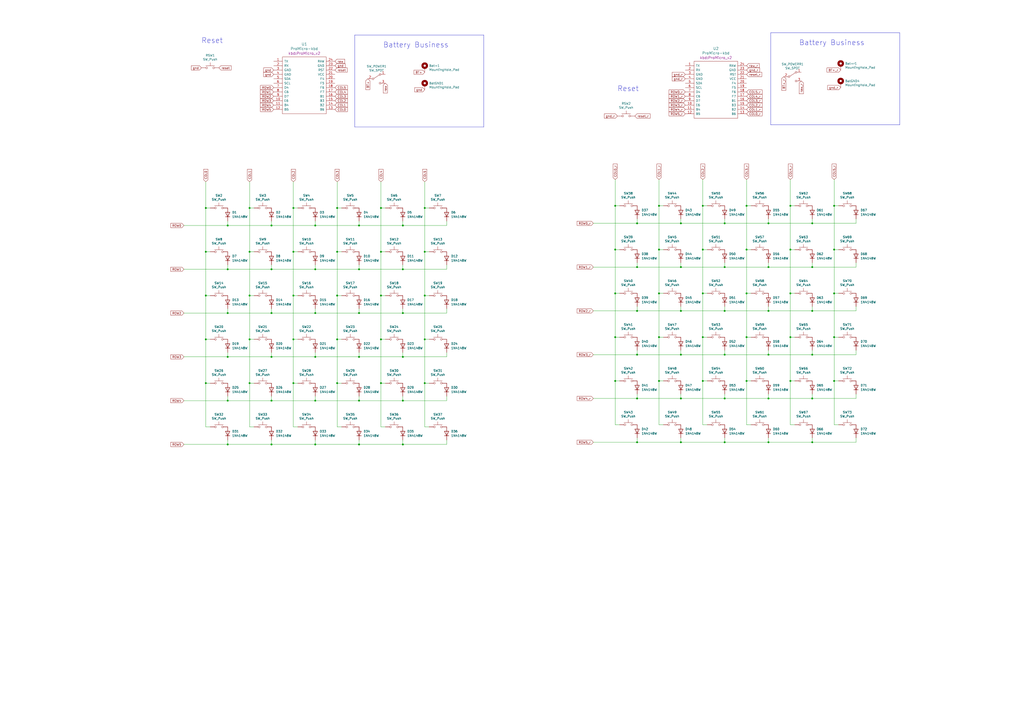
<source format=kicad_sch>
(kicad_sch (version 20250114) (generator "eeschema") (generator_version "9.0")
  (paper "A2")
  (title_block (title "Sweep V2") (date "2021-03-10") (rev "0.1") (company "broomlabs"))
  (text "Reset" (at 116.84 25.4 0) (effects (font (size 2.9972 2.9972)) (justify left bottom)))
  (text "Battery Business" (at 222.25 27.94 0) (effects (font (size 2.9972 2.9972)) (justify left bottom)))
  (text "Battery Business" (at 463.55 26.67 0) (effects (font (size 2.9972 2.9972)) (justify left bottom)))
  (text "Reset" (at 358.14 53.34 0) (effects (font (size 2.9972 2.9972)) (justify left bottom)))
  (junction (at 144.78 171.45))
  (junction (at 369.57 205.74))
  (junction (at 433.07 170.18))
  (junction (at 382.27 220.98))
  (junction (at 208.28 207.01))
  (junction (at 445.77 129.54))
  (junction (at 170.18 146.05))
  (junction (at 369.57 129.54))
  (junction (at 369.57 256.54))
  (junction (at 369.57 180.34))
  (junction (at 182.88 257.81))
  (junction (at 420.37 256.54))
  (junction (at 246.38 120.65))
  (junction (at 483.87 170.18))
  (junction (at 433.07 144.78))
  (junction (at 233.68 156.21))
  (junction (at 132.08 181.61))
  (junction (at 246.38 222.25))
  (junction (at 471.17 154.94))
  (junction (at 483.87 119.38))
  (junction (at 195.58 171.45))
  (junction (at 458.47 144.78))
  (junction (at 433.07 195.58))
  (junction (at 157.48 156.21))
  (junction (at 119.38 120.65))
  (junction (at 132.08 257.81))
  (junction (at 382.27 144.78))
  (junction (at 471.17 231.14))
  (junction (at 471.17 256.54))
  (junction (at 407.67 170.18))
  (junction (at 382.27 195.58))
  (junction (at 356.87 170.18))
  (junction (at 471.17 205.74))
  (junction (at 157.48 181.61))
  (junction (at 157.48 257.81))
  (junction (at 420.37 231.14))
  (junction (at 144.78 196.85))
  (junction (at 420.37 154.94))
  (junction (at 407.67 119.38))
  (junction (at 182.88 156.21))
  (junction (at 233.68 181.61))
  (junction (at 182.88 181.61))
  (junction (at 369.57 154.94))
  (junction (at 157.48 232.41))
  (junction (at 369.57 231.14))
  (junction (at 119.38 171.45))
  (junction (at 208.28 156.21))
  (junction (at 170.18 222.25))
  (junction (at 246.38 146.05))
  (junction (at 407.67 195.58))
  (junction (at 132.08 232.41))
  (junction (at 208.28 232.41))
  (junction (at 382.27 119.38))
  (junction (at 170.18 120.65))
  (junction (at 208.28 130.81))
  (junction (at 382.27 170.18))
  (junction (at 233.68 130.81))
  (junction (at 483.87 220.98))
  (junction (at 119.38 146.05))
  (junction (at 356.87 119.38))
  (junction (at 182.88 232.41))
  (junction (at 132.08 156.21))
  (junction (at 182.88 207.01))
  (junction (at 458.47 220.98))
  (junction (at 170.18 171.45))
  (junction (at 458.47 195.58))
  (junction (at 220.98 171.45))
  (junction (at 445.77 231.14))
  (junction (at 445.77 154.94))
  (junction (at 394.97 205.74))
  (junction (at 407.67 220.98))
  (junction (at 195.58 222.25))
  (junction (at 356.87 144.78))
  (junction (at 220.98 146.05))
  (junction (at 132.08 207.01))
  (junction (at 433.07 119.38))
  (junction (at 119.38 196.85))
  (junction (at 483.87 195.58))
  (junction (at 471.17 180.34))
  (junction (at 233.68 207.01))
  (junction (at 458.47 170.18))
  (junction (at 483.87 144.78))
  (junction (at 445.77 180.34))
  (junction (at 132.08 130.81))
  (junction (at 208.28 181.61))
  (junction (at 220.98 196.85))
  (junction (at 407.67 144.78))
  (junction (at 433.07 220.98))
  (junction (at 157.48 207.01))
  (junction (at 233.68 232.41))
  (junction (at 420.37 129.54))
  (junction (at 394.97 231.14))
  (junction (at 220.98 120.65))
  (junction (at 458.47 119.38))
  (junction (at 220.98 222.25))
  (junction (at 246.38 171.45))
  (junction (at 420.37 205.74))
  (junction (at 195.58 120.65))
  (junction (at 157.48 130.81))
  (junction (at 471.17 129.54))
  (junction (at 394.97 256.54))
  (junction (at 233.68 257.81))
  (junction (at 144.78 120.65))
  (junction (at 195.58 146.05))
  (junction (at 445.77 205.74))
  (junction (at 420.37 180.34))
  (junction (at 394.97 180.34))
  (junction (at 182.88 130.81))
  (junction (at 170.18 196.85))
  (junction (at 246.38 196.85))
  (junction (at 356.87 195.58))
  (junction (at 144.78 146.05))
  (junction (at 394.97 154.94))
  (junction (at 394.97 129.54))
  (junction (at 195.58 196.85))
  (junction (at 356.87 220.98))
  (junction (at 144.78 222.25))
  (junction (at 445.77 256.54))
  (junction (at 208.28 257.81))
  (junction (at 119.38 222.25))
  (polyline (pts (xy 521.97 72.39) (xy 447.04 72.39)))
  (wire (pts (xy 483.87 119.38) (xy 483.87 144.78)))
  (wire (pts (xy 407.67 144.78) (xy 410.21 144.78)))
  (polyline (pts (xy 447.04 19.05) (xy 521.97 19.05)))
  (wire (pts (xy 119.38 120.65) (xy 121.92 120.65)))
  (wire (pts (xy 433.07 170.18) (xy 433.07 195.58)))
  (wire (pts (xy 119.38 120.65) (xy 119.38 146.05)))
  (wire (pts (xy 182.88 130.81) (xy 208.28 130.81)))
  (wire (pts (xy 195.58 171.45) (xy 198.12 171.45)))
  (wire (pts (xy 246.38 171.45) (xy 246.38 196.85)))
  (wire (pts (xy 445.77 177.8) (xy 445.77 180.34)))
  (wire (pts (xy 132.08 128.27) (xy 132.08 130.81)))
  (wire (pts (xy 356.87 220.98) (xy 356.87 246.38)))
  (wire (pts (xy 394.97 205.74) (xy 420.37 205.74)))
  (wire (pts (xy 407.67 195.58) (xy 407.67 220.98)))
  (wire (pts (xy 394.97 177.8) (xy 394.97 180.34)))
  (wire (pts (xy 433.07 220.98) (xy 433.07 246.38)))
  (wire (pts (xy 382.27 195.58) (xy 382.27 220.98)))
  (wire (pts (xy 471.17 180.34) (xy 496.57 180.34)))
  (wire (pts (xy 433.07 195.58) (xy 435.61 195.58)))
  (wire (pts (xy 208.28 229.87) (xy 208.28 232.41)))
  (wire (pts (xy 433.07 144.78) (xy 435.61 144.78)))
  (wire (pts (xy 119.38 222.25) (xy 119.38 247.65)))
  (wire (pts (xy 394.97 231.14) (xy 420.37 231.14)))
  (wire (pts (xy 246.38 222.25) (xy 246.38 247.65)))
  (wire (pts (xy 157.48 179.07) (xy 157.48 181.61)))
  (wire (pts (xy 208.28 257.81) (xy 233.68 257.81)))
  (wire (pts (xy 471.17 256.54) (xy 496.57 256.54)))
  (wire (pts (xy 407.67 119.38) (xy 407.67 144.78)))
  (wire (pts (xy 132.08 153.67) (xy 132.08 156.21)))
  (wire (pts (xy 119.38 105.41) (xy 119.38 120.65)))
  (wire (pts (xy 458.47 170.18) (xy 461.01 170.18)))
  (wire (pts (xy 144.78 171.45) (xy 147.32 171.45)))
  (wire (pts (xy 458.47 220.98) (xy 458.47 246.38)))
  (wire (pts (xy 259.08 204.47) (xy 259.08 207.01)))
  (wire (pts (xy 157.48 257.81) (xy 182.88 257.81)))
  (wire (pts (xy 259.08 153.67) (xy 259.08 156.21)))
  (wire (pts (xy 356.87 195.58) (xy 359.41 195.58)))
  (wire (pts (xy 144.78 120.65) (xy 147.32 120.65)))
  (wire (pts (xy 445.77 154.94) (xy 471.17 154.94)))
  (wire (pts (xy 420.37 154.94) (xy 445.77 154.94)))
  (wire (pts (xy 433.07 170.18) (xy 435.61 170.18)))
  (wire (pts (xy 195.58 222.25) (xy 198.12 222.25)))
  (wire (pts (xy 369.57 177.8) (xy 369.57 180.34)))
  (wire (pts (xy 132.08 229.87) (xy 132.08 232.41)))
  (wire (pts (xy 356.87 170.18) (xy 359.41 170.18)))
  (wire (pts (xy 246.38 120.65) (xy 248.92 120.65)))
  (wire (pts (xy 233.68 232.41) (xy 259.08 232.41)))
  (wire (pts (xy 483.87 119.38) (xy 486.41 119.38)))
  (wire (pts (xy 445.77 152.4) (xy 445.77 154.94)))
  (wire (pts (xy 233.68 255.27) (xy 233.68 257.81)))
  (wire (pts (xy 144.78 222.25) (xy 147.32 222.25)))
  (wire (pts (xy 208.28 181.61) (xy 233.68 181.61)))
  (wire (pts (xy 195.58 196.85) (xy 195.58 222.25)))
  (wire (pts (xy 144.78 146.05) (xy 144.78 171.45)))
  (wire (pts (xy 182.88 204.47) (xy 182.88 207.01)))
  (wire (pts (xy 483.87 144.78) (xy 486.41 144.78)))
  (wire (pts (xy 369.57 152.4) (xy 369.57 154.94)))
  (wire (pts (xy 344.17 256.54) (xy 369.57 256.54)))
  (wire (pts (xy 407.67 119.38) (xy 410.21 119.38)))
  (wire (pts (xy 483.87 170.18) (xy 486.41 170.18)))
  (wire (pts (xy 119.38 146.05) (xy 121.92 146.05)))
  (wire (pts (xy 144.78 171.45) (xy 144.78 196.85)))
  (wire (pts (xy 132.08 232.41) (xy 157.48 232.41)))
  (wire (pts (xy 157.48 156.21) (xy 182.88 156.21)))
  (wire (pts (xy 496.57 228.6) (xy 496.57 231.14)))
  (wire (pts (xy 119.38 196.85) (xy 121.92 196.85)))
  (wire (pts (xy 445.77 231.14) (xy 471.17 231.14)))
  (wire (pts (xy 394.97 203.2) (xy 394.97 205.74)))
  (wire (pts (xy 106.68 181.61) (xy 132.08 181.61)))
  (polyline (pts (xy 521.97 19.05) (xy 521.97 72.39)))
  (wire (pts (xy 369.57 154.94) (xy 394.97 154.94)))
  (wire (pts (xy 458.47 195.58) (xy 461.01 195.58)))
  (wire (pts (xy 356.87 144.78) (xy 359.41 144.78)))
  (wire (pts (xy 407.67 195.58) (xy 410.21 195.58)))
  (wire (pts (xy 208.28 255.27) (xy 208.28 257.81)))
  (wire (pts (xy 132.08 181.61) (xy 157.48 181.61)))
  (wire (pts (xy 195.58 146.05) (xy 195.58 171.45)))
  (wire (pts (xy 483.87 195.58) (xy 486.41 195.58)))
  (wire (pts (xy 394.97 180.34) (xy 420.37 180.34)))
  (wire (pts (xy 182.88 156.21) (xy 208.28 156.21)))
  (wire (pts (xy 369.57 228.6) (xy 369.57 231.14)))
  (wire (pts (xy 344.17 180.34) (xy 369.57 180.34)))
  (wire (pts (xy 356.87 220.98) (xy 359.41 220.98)))
  (wire (pts (xy 420.37 129.54) (xy 445.77 129.54)))
  (wire (pts (xy 407.67 246.38) (xy 410.21 246.38)))
  (wire (pts (xy 458.47 220.98) (xy 461.01 220.98)))
  (wire (pts (xy 170.18 120.65) (xy 170.18 146.05)))
  (wire (pts (xy 170.18 146.05) (xy 172.72 146.05)))
  (wire (pts (xy 246.38 171.45) (xy 248.92 171.45)))
  (wire (pts (xy 420.37 228.6) (xy 420.37 231.14)))
  (wire (pts (xy 220.98 120.65) (xy 223.52 120.65)))
  (wire (pts (xy 246.38 105.41) (xy 246.38 120.65)))
  (wire (pts (xy 407.67 220.98) (xy 410.21 220.98)))
  (wire (pts (xy 157.48 229.87) (xy 157.48 232.41)))
  (wire (pts (xy 496.57 152.4) (xy 496.57 154.94)))
  (wire (pts (xy 259.08 255.27) (xy 259.08 257.81)))
  (wire (pts (xy 483.87 220.98) (xy 486.41 220.98)))
  (wire (pts (xy 170.18 146.05) (xy 170.18 171.45)))
  (wire (pts (xy 170.18 171.45) (xy 172.72 171.45)))
  (wire (pts (xy 471.17 254) (xy 471.17 256.54)))
  (wire (pts (xy 382.27 104.14) (xy 382.27 119.38)))
  (wire (pts (xy 182.88 207.01) (xy 208.28 207.01)))
  (wire (pts (xy 106.68 130.81) (xy 132.08 130.81)))
  (wire (pts (xy 433.07 246.38) (xy 435.61 246.38)))
  (wire (pts (xy 170.18 196.85) (xy 170.18 222.25)))
  (wire (pts (xy 195.58 247.65) (xy 198.12 247.65)))
  (wire (pts (xy 420.37 180.34) (xy 445.77 180.34)))
  (wire (pts (xy 246.38 120.65) (xy 246.38 146.05)))
  (wire (pts (xy 445.77 205.74) (xy 471.17 205.74)))
  (wire (pts (xy 246.38 146.05) (xy 246.38 171.45)))
  (wire (pts (xy 458.47 246.38) (xy 461.01 246.38)))
  (wire (pts (xy 356.87 104.14) (xy 356.87 119.38)))
  (wire (pts (xy 382.27 195.58) (xy 384.81 195.58)))
  (wire (pts (xy 220.98 146.05) (xy 220.98 171.45)))
  (wire (pts (xy 195.58 146.05) (xy 198.12 146.05)))
  (wire (pts (xy 382.27 170.18) (xy 382.27 195.58)))
  (wire (pts (xy 483.87 170.18) (xy 483.87 195.58)))
  (wire (pts (xy 208.28 153.67) (xy 208.28 156.21)))
  (wire (pts (xy 382.27 246.38) (xy 384.81 246.38)))
  (wire (pts (xy 157.48 153.67) (xy 157.48 156.21)))
  (wire (pts (xy 394.97 129.54) (xy 420.37 129.54)))
  (wire (pts (xy 407.67 104.14) (xy 407.67 119.38)))
  (wire (pts (xy 433.07 144.78) (xy 433.07 170.18)))
  (wire (pts (xy 170.18 196.85) (xy 172.72 196.85)))
  (wire (pts (xy 356.87 144.78) (xy 356.87 170.18)))
  (wire (pts (xy 369.57 127) (xy 369.57 129.54)))
  (wire (pts (xy 182.88 229.87) (xy 182.88 232.41)))
  (wire (pts (xy 106.68 156.21) (xy 132.08 156.21)))
  (wire (pts (xy 144.78 247.65) (xy 147.32 247.65)))
  (wire (pts (xy 170.18 222.25) (xy 170.18 247.65)))
  (wire (pts (xy 182.88 232.41) (xy 208.28 232.41)))
  (wire (pts (xy 344.17 205.74) (xy 369.57 205.74)))
  (wire (pts (xy 433.07 104.14) (xy 433.07 119.38)))
  (wire (pts (xy 170.18 171.45) (xy 170.18 196.85)))
  (wire (pts (xy 483.87 195.58) (xy 483.87 220.98)))
  (wire (pts (xy 407.67 170.18) (xy 407.67 195.58)))
  (wire (pts (xy 356.87 195.58) (xy 356.87 220.98)))
  (wire (pts (xy 208.28 128.27) (xy 208.28 130.81)))
  (wire (pts (xy 132.08 207.01) (xy 157.48 207.01)))
  (wire (pts (xy 356.87 119.38) (xy 359.41 119.38)))
  (wire (pts (xy 407.67 220.98) (xy 407.67 246.38)))
  (wire (pts (xy 407.67 144.78) (xy 407.67 170.18)))
  (wire (pts (xy 182.88 181.61) (xy 208.28 181.61)))
  (wire (pts (xy 170.18 222.25) (xy 172.72 222.25)))
  (wire (pts (xy 195.58 105.41) (xy 195.58 120.65)))
  (wire (pts (xy 233.68 130.81) (xy 259.08 130.81)))
  (wire (pts (xy 458.47 119.38) (xy 458.47 144.78)))
  (wire (pts (xy 195.58 222.25) (xy 195.58 247.65)))
  (wire (pts (xy 195.58 120.65) (xy 195.58 146.05)))
  (wire (pts (xy 433.07 195.58) (xy 433.07 220.98)))
  (wire (pts (xy 182.88 153.67) (xy 182.88 156.21)))
  (wire (pts (xy 445.77 256.54) (xy 471.17 256.54)))
  (wire (pts (xy 496.57 127) (xy 496.57 129.54)))
  (wire (pts (xy 483.87 104.14) (xy 483.87 119.38)))
  (wire (pts (xy 157.48 181.61) (xy 182.88 181.61)))
  (wire (pts (xy 433.07 119.38) (xy 435.61 119.38)))
  (wire (pts (xy 208.28 204.47) (xy 208.28 207.01)))
  (wire (pts (xy 394.97 152.4) (xy 394.97 154.94)))
  (wire (pts (xy 106.68 207.01) (xy 132.08 207.01)))
  (wire (pts (xy 220.98 146.05) (xy 223.52 146.05)))
  (wire (pts (xy 246.38 196.85) (xy 246.38 222.25)))
  (wire (pts (xy 259.08 179.07) (xy 259.08 181.61)))
  (wire (pts (xy 458.47 119.38) (xy 461.01 119.38)))
  (wire (pts (xy 496.57 177.8) (xy 496.57 180.34)))
  (polyline (pts (xy 205.74 20.32) (xy 280.67 20.32)))
  (wire (pts (xy 356.87 170.18) (xy 356.87 195.58)))
  (wire (pts (xy 170.18 105.41) (xy 170.18 120.65)))
  (wire (pts (xy 132.08 130.81) (xy 157.48 130.81)))
  (wire (pts (xy 182.88 128.27) (xy 182.88 130.81)))
  (wire (pts (xy 483.87 220.98) (xy 483.87 246.38)))
  (wire (pts (xy 471.17 205.74) (xy 496.57 205.74)))
  (wire (pts (xy 356.87 246.38) (xy 359.41 246.38)))
  (wire (pts (xy 471.17 228.6) (xy 471.17 231.14)))
  (wire (pts (xy 144.78 196.85) (xy 144.78 222.25)))
  (wire (pts (xy 182.88 257.81) (xy 208.28 257.81)))
  (wire (pts (xy 208.28 130.81) (xy 233.68 130.81)))
  (wire (pts (xy 157.48 204.47) (xy 157.48 207.01)))
  (wire (pts (xy 471.17 127) (xy 471.17 129.54)))
  (wire (pts (xy 344.17 231.14) (xy 369.57 231.14)))
  (wire (pts (xy 170.18 247.65) (xy 172.72 247.65)))
  (wire (pts (xy 220.98 105.41) (xy 220.98 120.65)))
  (wire (pts (xy 119.38 247.65) (xy 121.92 247.65)))
  (wire (pts (xy 208.28 179.07) (xy 208.28 181.61)))
  (wire (pts (xy 259.08 229.87) (xy 259.08 232.41)))
  (wire (pts (xy 344.17 154.94) (xy 369.57 154.94)))
  (polyline (pts (xy 280.67 73.66) (xy 205.74 73.66)))
  (wire (pts (xy 233.68 128.27) (xy 233.68 130.81)))
  (wire (pts (xy 496.57 203.2) (xy 496.57 205.74)))
  (wire (pts (xy 246.38 247.65) (xy 248.92 247.65)))
  (wire (pts (xy 420.37 177.8) (xy 420.37 180.34)))
  (wire (pts (xy 220.98 222.25) (xy 220.98 247.65)))
  (wire (pts (xy 144.78 105.41) (xy 144.78 120.65)))
  (wire (pts (xy 394.97 228.6) (xy 394.97 231.14)))
  (wire (pts (xy 458.47 195.58) (xy 458.47 220.98)))
  (wire (pts (xy 246.38 222.25) (xy 248.92 222.25)))
  (wire (pts (xy 233.68 207.01) (xy 259.08 207.01)))
  (wire (pts (xy 356.87 119.38) (xy 356.87 144.78)))
  (wire (pts (xy 220.98 196.85) (xy 220.98 222.25)))
  (wire (pts (xy 132.08 255.27) (xy 132.08 257.81)))
  (wire (pts (xy 369.57 205.74) (xy 394.97 205.74)))
  (wire (pts (xy 369.57 256.54) (xy 394.97 256.54)))
  (wire (pts (xy 420.37 203.2) (xy 420.37 205.74)))
  (wire (pts (xy 182.88 255.27) (xy 182.88 257.81)))
  (wire (pts (xy 471.17 203.2) (xy 471.17 205.74)))
  (wire (pts (xy 157.48 128.27) (xy 157.48 130.81)))
  (wire (pts (xy 344.17 129.54) (xy 369.57 129.54)))
  (wire (pts (xy 233.68 204.47) (xy 233.68 207.01)))
  (wire (pts (xy 394.97 154.94) (xy 420.37 154.94)))
  (wire (pts (xy 233.68 179.07) (xy 233.68 181.61)))
  (wire (pts (xy 246.38 196.85) (xy 248.92 196.85)))
  (wire (pts (xy 445.77 228.6) (xy 445.77 231.14)))
  (wire (pts (xy 382.27 144.78) (xy 382.27 170.18)))
  (wire (pts (xy 220.98 247.65) (xy 223.52 247.65)))
  (polyline (pts (xy 447.04 72.39) (xy 447.04 19.05)))
  (wire (pts (xy 382.27 220.98) (xy 384.81 220.98)))
  (wire (pts (xy 132.08 257.81) (xy 157.48 257.81)))
  (wire (pts (xy 132.08 179.07) (xy 132.08 181.61)))
  (wire (pts (xy 369.57 203.2) (xy 369.57 205.74)))
  (wire (pts (xy 458.47 144.78) (xy 458.47 170.18)))
  (wire (pts (xy 157.48 207.01) (xy 182.88 207.01)))
  (wire (pts (xy 382.27 220.98) (xy 382.27 246.38)))
  (wire (pts (xy 407.67 170.18) (xy 410.21 170.18)))
  (wire (pts (xy 106.68 257.81) (xy 132.08 257.81)))
  (wire (pts (xy 445.77 129.54) (xy 471.17 129.54)))
  (wire (pts (xy 471.17 154.94) (xy 496.57 154.94)))
  (wire (pts (xy 119.38 171.45) (xy 121.92 171.45)))
  (wire (pts (xy 471.17 129.54) (xy 496.57 129.54)))
  (wire (pts (xy 220.98 171.45) (xy 220.98 196.85)))
  (wire (pts (xy 233.68 156.21) (xy 259.08 156.21)))
  (wire (pts (xy 208.28 232.41) (xy 233.68 232.41)))
  (wire (pts (xy 458.47 104.14) (xy 458.47 119.38)))
  (wire (pts (xy 195.58 120.65) (xy 198.12 120.65)))
  (wire (pts (xy 220.98 222.25) (xy 223.52 222.25)))
  (wire (pts (xy 157.48 232.41) (xy 182.88 232.41)))
  (wire (pts (xy 157.48 130.81) (xy 182.88 130.81)))
  (wire (pts (xy 394.97 254) (xy 394.97 256.54)))
  (wire (pts (xy 471.17 231.14) (xy 496.57 231.14)))
  (wire (pts (xy 208.28 207.01) (xy 233.68 207.01)))
  (wire (pts (xy 195.58 196.85) (xy 198.12 196.85)))
  (wire (pts (xy 369.57 254) (xy 369.57 256.54)))
  (wire (pts (xy 208.28 156.21) (xy 233.68 156.21)))
  (wire (pts (xy 433.07 119.38) (xy 433.07 144.78)))
  (wire (pts (xy 144.78 146.05) (xy 147.32 146.05)))
  (wire (pts (xy 420.37 205.74) (xy 445.77 205.74)))
  (wire (pts (xy 445.77 180.34) (xy 471.17 180.34)))
  (wire (pts (xy 144.78 196.85) (xy 147.32 196.85)))
  (wire (pts (xy 420.37 127) (xy 420.37 129.54)))
  (wire (pts (xy 369.57 231.14) (xy 394.97 231.14)))
  (wire (pts (xy 246.38 146.05) (xy 248.92 146.05)))
  (wire (pts (xy 220.98 120.65) (xy 220.98 146.05)))
  (wire (pts (xy 233.68 181.61) (xy 259.08 181.61)))
  (wire (pts (xy 144.78 120.65) (xy 144.78 146.05)))
  (polyline (pts (xy 205.74 73.66) (xy 205.74 20.32)))
  (wire (pts (xy 382.27 119.38) (xy 382.27 144.78)))
  (wire (pts (xy 445.77 127) (xy 445.77 129.54)))
  (wire (pts (xy 458.47 144.78) (xy 461.01 144.78)))
  (wire (pts (xy 369.57 129.54) (xy 394.97 129.54)))
  (wire (pts (xy 106.68 232.41) (xy 132.08 232.41)))
  (wire (pts (xy 119.38 196.85) (xy 119.38 222.25)))
  (wire (pts (xy 369.57 180.34) (xy 394.97 180.34)))
  (wire (pts (xy 382.27 144.78) (xy 384.81 144.78)))
  (wire (pts (xy 420.37 256.54) (xy 445.77 256.54)))
  (wire (pts (xy 119.38 146.05) (xy 119.38 171.45)))
  (wire (pts (xy 433.07 220.98) (xy 435.61 220.98)))
  (polyline (pts (xy 280.67 20.32) (xy 280.67 73.66)))
  (wire (pts (xy 233.68 257.81) (xy 259.08 257.81)))
  (wire (pts (xy 483.87 144.78) (xy 483.87 170.18)))
  (wire (pts (xy 483.87 246.38) (xy 486.41 246.38)))
  (wire (pts (xy 144.78 222.25) (xy 144.78 247.65)))
  (wire (pts (xy 382.27 170.18) (xy 384.81 170.18)))
  (wire (pts (xy 170.18 120.65) (xy 172.72 120.65)))
  (wire (pts (xy 445.77 203.2) (xy 445.77 205.74)))
  (wire (pts (xy 119.38 171.45) (xy 119.38 196.85)))
  (wire (pts (xy 394.97 256.54) (xy 420.37 256.54)))
  (wire (pts (xy 445.77 254) (xy 445.77 256.54)))
  (wire (pts (xy 233.68 229.87) (xy 233.68 232.41)))
  (wire (pts (xy 132.08 204.47) (xy 132.08 207.01)))
  (wire (pts (xy 471.17 152.4) (xy 471.17 154.94)))
  (wire (pts (xy 195.58 171.45) (xy 195.58 196.85)))
  (wire (pts (xy 496.57 254) (xy 496.57 256.54)))
  (wire (pts (xy 220.98 196.85) (xy 223.52 196.85)))
  (wire (pts (xy 259.08 128.27) (xy 259.08 130.81)))
  (wire (pts (xy 157.48 255.27) (xy 157.48 257.81)))
  (wire (pts (xy 471.17 177.8) (xy 471.17 180.34)))
  (wire (pts (xy 420.37 254) (xy 420.37 256.54)))
  (wire (pts (xy 458.47 170.18) (xy 458.47 195.58)))
  (wire (pts (xy 394.97 127) (xy 394.97 129.54)))
  (wire (pts (xy 420.37 152.4) (xy 420.37 154.94)))
  (wire (pts (xy 132.08 156.21) (xy 157.48 156.21)))
  (wire (pts (xy 233.68 153.67) (xy 233.68 156.21)))
  (wire (pts (xy 220.98 171.45) (xy 223.52 171.45)))
  (wire (pts (xy 182.88 179.07) (xy 182.88 181.61)))
  (wire (pts (xy 119.38 222.25) (xy 121.92 222.25)))
  (wire (pts (xy 420.37 231.14) (xy 445.77 231.14)))
  (wire (pts (xy 382.27 119.38) (xy 384.81 119.38)))
  (global_label "ROW0_r" (shape input) (at 344.17 129.54 180) (property "Intersheetrefs" "${INTERSHEET_REFS}" (effects (hide yes))))
  (global_label "COL5" (shape input) (at 246.38 105.41 90) (property "Intersheetrefs" "${INTERSHEET_REFS}" (effects (hide yes))))
  (global_label "ROW1" (shape input) (at 106.68 156.21 180) (property "Intersheetrefs" "${INTERSHEET_REFS}" (effects (hide yes))))
  (global_label "ROW4" (shape input) (at 158.75 60.96 180) (property "Intersheetrefs" "${INTERSHEET_REFS}" (effects (hide yes))))
  (global_label "ROW3_r" (shape input) (at 397.51 60.96 180) (property "Intersheetrefs" "${INTERSHEET_REFS}" (effects (hide yes))))
  (global_label "reset" (shape input) (at 127 39.37 0) (property "Intersheetrefs" "${INTERSHEET_REFS}" (effects (hide yes))))
  (global_label "ROW4_r" (shape input) (at 397.51 63.5 180) (property "Intersheetrefs" "${INTERSHEET_REFS}" (effects (hide yes))))
  (global_label "COL4" (shape input) (at 220.98 105.41 90) (property "Intersheetrefs" "${INTERSHEET_REFS}" (effects (hide yes))))
  (global_label "gnd_r" (shape input) (at 397.51 43.18 180) (property "Intersheetrefs" "${INTERSHEET_REFS}" (effects (hide yes))))
  (global_label "COL5_r" (shape input) (at 483.87 104.14 90) (property "Intersheetrefs" "${INTERSHEET_REFS}" (effects (hide yes))))
  (global_label "COL4_r" (shape input) (at 433.07 55.88 0) (property "Intersheetrefs" "${INTERSHEET_REFS}" (effects (hide yes))))
  (global_label "ROW3_r" (shape input) (at 344.17 205.74 180) (property "Intersheetrefs" "${INTERSHEET_REFS}" (effects (hide yes))))
  (global_label "raw_r" (shape input) (at 433.07 38.1 0) (property "Intersheetrefs" "${INTERSHEET_REFS}" (effects (hide yes))))
  (global_label "ROW0" (shape input) (at 158.75 50.8 180) (property "Intersheetrefs" "${INTERSHEET_REFS}" (effects (hide yes))))
  (global_label "ROW2_r" (shape input) (at 344.17 180.34 180) (property "Intersheetrefs" "${INTERSHEET_REFS}" (effects (hide yes))))
  (global_label "ROW4_r" (shape input) (at 344.17 231.14 180) (property "Intersheetrefs" "${INTERSHEET_REFS}" (effects (hide yes))))
  (global_label "COL5_r" (shape input) (at 433.07 53.34 0) (property "Intersheetrefs" "${INTERSHEET_REFS}" (effects (hide yes))))
  (global_label "COL3" (shape input) (at 194.31 55.88 0) (property "Intersheetrefs" "${INTERSHEET_REFS}" (effects (hide yes))))
  (global_label "ROW2" (shape input) (at 106.68 181.61 180) (property "Intersheetrefs" "${INTERSHEET_REFS}" (effects (hide yes))))
  (global_label "ROW5_r" (shape input) (at 344.17 256.54 180) (property "Intersheetrefs" "${INTERSHEET_REFS}" (effects (hide yes))))
  (global_label "gnd" (shape input) (at 116.84 39.37 180) (property "Intersheetrefs" "${INTERSHEET_REFS}" (effects (hide yes))))
  (global_label "gnd_r" (shape input) (at 433.07 40.64 0) (property "Intersheetrefs" "${INTERSHEET_REFS}" (effects (hide yes))))
  (global_label "reset_r" (shape input) (at 433.07 43.18 0) (property "Intersheetrefs" "${INTERSHEET_REFS}" (effects (hide yes))))
  (global_label "raw" (shape input) (at 194.31 35.56 0) (property "Intersheetrefs" "${INTERSHEET_REFS}" (effects (hide yes))))
  (global_label "reset_r" (shape input) (at 368.3 67.31 0) (property "Intersheetrefs" "${INTERSHEET_REFS}" (effects (hide yes))))
  (global_label "COL4" (shape input) (at 194.31 53.34 0) (property "Intersheetrefs" "${INTERSHEET_REFS}" (effects (hide yes))))
  (global_label "ROW2_r" (shape input) (at 397.51 58.42 180) (property "Intersheetrefs" "${INTERSHEET_REFS}" (effects (hide yes))))
  (global_label "gnd_r" (shape input) (at 487.68 50.8 180) (property "Intersheetrefs" "${INTERSHEET_REFS}" (effects (hide yes))))
  (global_label "ROW2" (shape input) (at 158.75 55.88 180) (property "Intersheetrefs" "${INTERSHEET_REFS}" (effects (hide yes))))
  (global_label "COL1_r" (shape input) (at 382.27 104.14 90) (property "Intersheetrefs" "${INTERSHEET_REFS}" (effects (hide yes))))
  (global_label "COL3_r" (shape input) (at 433.07 104.14 90) (property "Intersheetrefs" "${INTERSHEET_REFS}" (effects (hide yes))))
  (global_label "reset" (shape input) (at 194.31 40.64 0) (property "Intersheetrefs" "${INTERSHEET_REFS}" (effects (hide yes))))
  (global_label "COL1" (shape input) (at 144.78 105.41 90) (property "Intersheetrefs" "${INTERSHEET_REFS}" (effects (hide yes))))
  (global_label "COL2" (shape input) (at 170.18 105.41 90) (property "Intersheetrefs" "${INTERSHEET_REFS}" (effects (hide yes))))
  (global_label "BT+_r" (shape input) (at 454.66 44.45 270) (property "Intersheetrefs" "${INTERSHEET_REFS}" (effects (hide yes))))
  (global_label "COL0_r" (shape input) (at 356.87 104.14 90) (property "Intersheetrefs" "${INTERSHEET_REFS}" (effects (hide yes))))
  (global_label "COL0" (shape input) (at 119.38 105.41 90) (property "Intersheetrefs" "${INTERSHEET_REFS}" (effects (hide yes))))
  (global_label "COL2" (shape input) (at 194.31 58.42 0) (property "Intersheetrefs" "${INTERSHEET_REFS}" (effects (hide yes))))
  (global_label "COL4_r" (shape input) (at 458.47 104.14 90) (property "Intersheetrefs" "${INTERSHEET_REFS}" (effects (hide yes))))
  (global_label "ROW1_r" (shape input) (at 397.51 55.88 180) (property "Intersheetrefs" "${INTERSHEET_REFS}" (effects (hide yes))))
  (global_label "COL0_r" (shape input) (at 433.07 66.04 0) (property "Intersheetrefs" "${INTERSHEET_REFS}" (effects (hide yes))))
  (global_label "gnd" (shape input) (at 194.31 38.1 0) (property "Intersheetrefs" "${INTERSHEET_REFS}" (effects (hide yes))))
  (global_label "gnd_r" (shape input) (at 397.51 45.72 180) (property "Intersheetrefs" "${INTERSHEET_REFS}" (effects (hide yes))))
  (global_label "gnd" (shape input) (at 246.38 52.07 180) (property "Intersheetrefs" "${INTERSHEET_REFS}" (effects (hide yes))))
  (global_label "raw" (shape input) (at 223.52 48.26 270) (property "Intersheetrefs" "${INTERSHEET_REFS}" (effects (hide yes))))
  (global_label "ROW4" (shape input) (at 106.68 232.41 180) (property "Intersheetrefs" "${INTERSHEET_REFS}" (effects (hide yes))))
  (global_label "ROW1_r" (shape input) (at 344.17 154.94 180) (property "Intersheetrefs" "${INTERSHEET_REFS}" (effects (hide yes))))
  (global_label "ROW5_r" (shape input) (at 397.51 66.04 180) (property "Intersheetrefs" "${INTERSHEET_REFS}" (effects (hide yes))))
  (global_label "COL3" (shape input) (at 195.58 105.41 90) (property "Intersheetrefs" "${INTERSHEET_REFS}" (effects (hide yes))))
  (global_label "COL0" (shape input) (at 194.31 63.5 0) (property "Intersheetrefs" "${INTERSHEET_REFS}" (effects (hide yes))))
  (global_label "ROW0" (shape input) (at 106.68 130.81 180) (property "Intersheetrefs" "${INTERSHEET_REFS}" (effects (hide yes))))
  (global_label "COL5" (shape input) (at 194.31 50.8 0) (property "Intersheetrefs" "${INTERSHEET_REFS}" (effects (hide yes))))
  (global_label "COL3_r" (shape input) (at 433.07 58.42 0) (property "Intersheetrefs" "${INTERSHEET_REFS}" (effects (hide yes))))
  (global_label "BT+" (shape input) (at 213.36 45.72 270) (property "Intersheetrefs" "${INTERSHEET_REFS}" (effects (hide yes))))
  (global_label "ROW3" (shape input) (at 158.75 58.42 180) (property "Intersheetrefs" "${INTERSHEET_REFS}" (effects (hide yes))))
  (global_label "COL1" (shape input) (at 194.31 60.96 0) (property "Intersheetrefs" "${INTERSHEET_REFS}" (effects (hide yes))))
  (global_label "gnd" (shape input) (at 158.75 40.64 180) (property "Intersheetrefs" "${INTERSHEET_REFS}" (effects (hide yes))))
  (global_label "BT+" (shape input) (at 246.38 41.91 180) (property "Intersheetrefs" "${INTERSHEET_REFS}" (effects (hide yes))))
  (global_label "ROW3" (shape input) (at 106.68 207.01 180) (property "Intersheetrefs" "${INTERSHEET_REFS}" (effects (hide yes))))
  (global_label "gnd" (shape input) (at 158.75 43.18 180) (property "Intersheetrefs" "${INTERSHEET_REFS}" (effects (hide yes))))
  (global_label "ROW5" (shape input) (at 106.68 257.81 180) (property "Intersheetrefs" "${INTERSHEET_REFS}" (effects (hide yes))))
  (global_label "ROW0_r" (shape input) (at 397.51 53.34 180) (property "Intersheetrefs" "${INTERSHEET_REFS}" (effects (hide yes))))
  (global_label "ROW5" (shape input) (at 158.75 63.5 180) (property "Intersheetrefs" "${INTERSHEET_REFS}" (effects (hide yes))))
  (global_label "COL2_r" (shape input) (at 433.07 60.96 0) (property "Intersheetrefs" "${INTERSHEET_REFS}" (effects (hide yes))))
  (global_label "raw_r" (shape input) (at 464.82 46.99 270) (property "Intersheetrefs" "${INTERSHEET_REFS}" (effects (hide yes))))
  (global_label "gnd_r" (shape input) (at 358.14 67.31 180) (property "Intersheetrefs" "${INTERSHEET_REFS}" (effects (hide yes))))
  (global_label "ROW1" (shape input) (at 158.75 53.34 180) (property "Intersheetrefs" "${INTERSHEET_REFS}" (effects (hide yes))))
  (global_label "BT+_r" (shape input) (at 487.68 40.64 180) (property "Intersheetrefs" "${INTERSHEET_REFS}" (effects (hide yes))))
  (global_label "COL1_r" (shape input) (at 433.07 63.5 0) (property "Intersheetrefs" "${INTERSHEET_REFS}" (effects (hide yes))))
  (global_label "COL2_r" (shape input) (at 407.67 104.14 90) (property "Intersheetrefs" "${INTERSHEET_REFS}" (effects (hide yes))))
  (symbol (lib_id "Mechanical:MountingHole_Pad") (at 246.38 39.37 0) (unit 1)
    (property "Reference" "Bat+1" (at 248.92 38.1254 0) (effects (justify left)))
    (property "Value" "MountingHole_Pad" (at 248.92 40.4368 0) (effects (justify left)))
    (property "Footprint" "kbd:1pin_conn" (effects (hide yes)))
  )
  (symbol (lib_id "Mechanical:MountingHole_Pad") (at 246.38 49.53 0) (unit 1)
    (property "Reference" "BatGND1" (at 248.92 48.2854 0) (effects (justify left)))
    (property "Value" "MountingHole_Pad" (at 248.92 50.5968 0) (effects (justify left)))
    (property "Footprint" "kbd:1pin_conn" (effects (hide yes)))
  )
  (symbol (lib_id "sweepv2.1-rescue:ProMicro-kbd-bigblackpill-34key-rescue-sweepv2-rescue") (at 176.53 54.61 0) (unit 1)
    (property "Reference" "U1" (at 176.53 25.5778 0) (effects (font (size 1.524 1.524))))
    (property "Value" "ProMicro-kbd" (at 176.53 28.2702 0) (effects (font (size 1.524 1.524))))
    (property "Footprint" "kbd:ProMicro_v2" (at 176.53 30.9626 0) (effects (font (size 1.524 1.524))))
  )
  (symbol (lib_id "Switch:SW_Push") (at 127 120.65 0) (unit 1)
    (property "Reference" "SW2" (at 127 113.411 0))
    (property "Value" "SW_Push" (at 127 115.7224 0))
    (property "Footprint" "Kailh:SW_PG1350_rev_DPB" (effects (hide yes)))
  )
  (symbol (lib_id "Switch:SW_Push") (at 121.92 39.37 0) (unit 1)
    (property "Reference" "RSW1" (at 121.92 32.131 0))
    (property "Value" "SW_Push" (at 121.92 34.4424 0))
    (property "Footprint" "kbd:ResetSW" (effects (hide yes)))
  )
  (symbol (lib_id "Switch:SW_SPDT") (at 218.44 45.72 0) (unit 1)
    (property "Reference" "SW_POWER1" (at 218.44 38.481 0))
    (property "Value" "SW_SPDT" (at 218.44 40.7924 0))
    (property "Footprint" "Kailh:SPDT_C128955" (effects (hide yes)))
  )
  (symbol (lib_id "sweepv2.1-rescue:ProMicro-kbd-bigblackpill-34key-rescue-sweepv2-rescue") (at 415.29 57.15 0) (unit 1)
    (property "Reference" "U2" (at 415.29 28.1178 0) (effects (font (size 1.524 1.524))))
    (property "Value" "ProMicro-kbd" (at 415.29 30.8102 0) (effects (font (size 1.524 1.524))))
    (property "Footprint" "kbd:ProMicro_v2" (at 415.29 33.5026 0) (effects (font (size 1.524 1.524))))
  )
  (symbol (lib_id "Switch:SW_Push") (at 363.22 67.31 0) (unit 1)
    (property "Reference" "RSW2" (at 363.22 60.071 0))
    (property "Value" "SW_Push" (at 363.22 62.3824 0))
    (property "Footprint" "kbd:ResetSW" (effects (hide yes)))
  )
  (symbol (lib_id "Switch:SW_SPDT") (at 459.74 44.45 0) (unit 1)
    (property "Reference" "SW_POWERR1" (at 459.74 37.211 0))
    (property "Value" "SW_SPDT" (at 459.74 39.5224 0))
    (property "Footprint" "Kailh:SPDT_C128955" (effects (hide yes)))
  )
  (symbol (lib_id "Mechanical:MountingHole_Pad") (at 487.68 38.1 0) (unit 1)
    (property "Reference" "Bat+r1" (at 490.22 36.8554 0) (effects (justify left)))
    (property "Value" "MountingHole_Pad" (at 490.22 39.1668 0) (effects (justify left)))
    (property "Footprint" "kbd:1pin_conn" (effects (hide yes)))
  )
  (symbol (lib_id "Mechanical:MountingHole_Pad") (at 487.68 48.26 0) (unit 1)
    (property "Reference" "BatGND4" (at 490.22 47.0154 0) (effects (justify left)))
    (property "Value" "MountingHole_Pad" (at 490.22 49.3268 0) (effects (justify left)))
    (property "Footprint" "kbd:1pin_conn" (effects (hide yes)))
  )
  (symbol (lib_id "Switch:SW_Push") (at 389.89 119.38 0) (unit 1)
    (property "Reference" "SW44" (at 389.89 112.141 0))
    (property "Value" "SW_Push" (at 389.89 114.4524 0))
    (property "Footprint" "Kailh:SW_PG1350_rev_DPB" (effects (hide yes)))
  )
  (symbol (lib_id "Switch:SW_Push") (at 127 196.85 0) (unit 1)
    (property "Reference" "SW20" (at 127 189.611 0))
    (property "Value" "SW_Push" (at 127 191.9224 0))
    (property "Footprint" "Kailh:SW_PG1350_rev_DPB" (effects (hide yes)))
  )
  (symbol (lib_id "Switch:SW_Push") (at 491.49 144.78 0) (unit 1)
    (property "Reference" "SW69" (at 491.49 137.541 0))
    (property "Value" "SW_Push" (at 491.49 139.8524 0))
    (property "Footprint" "Kailh:SW_PG1350_rev_DPB" (effects (hide yes)))
  )
  (symbol (lib_id "Switch:SW_Push") (at 177.8 196.85 0) (unit 1)
    (property "Reference" "SW22" (at 177.8 189.611 0))
    (property "Value" "SW_Push" (at 177.8 191.9224 0))
    (property "Footprint" "Kailh:SW_PG1350_rev_DPB" (effects (hide yes)))
  )
  (symbol (lib_id "Switch:SW_Push") (at 177.8 171.45 0) (unit 1)
    (property "Reference" "SW16" (at 177.8 164.211 0))
    (property "Value" "SW_Push" (at 177.8 166.5224 0))
    (property "Footprint" "Kailh:SW_PG1350_rev_DPB" (effects (hide yes)))
  )
  (symbol (lib_id "Switch:SW_Push") (at 440.69 119.38 0) (unit 1)
    (property "Reference" "SW56" (at 440.69 112.141 0))
    (property "Value" "SW_Push" (at 440.69 114.4524 0))
    (property "Footprint" "Kailh:SW_PG1350_rev_DPB" (effects (hide yes)))
  )
  (symbol (lib_id "Switch:SW_Push") (at 364.49 195.58 0) (unit 1)
    (property "Reference" "SW41" (at 364.49 188.341 0))
    (property "Value" "SW_Push" (at 364.49 190.6524 0))
    (property "Footprint" "Kailh:SW_PG1350_rev_DPB" (effects (hide yes)))
  )
  (symbol (lib_id "Diode:1N4148W") (at 496.57 199.39 90) (unit 1)
    (property "Reference" "D70" (at 499.11 198.1199 90) (effects (justify right)))
    (property "Value" "1N4148W" (at 499.11 200.6599 90) (effects (justify right)))
    (property "Footprint" "Diode_SMD:D_SOD-123" (effects (hide yes)))
    (property "Datasheet" "https://www.vishay.com/docs/85748/1n4148w.pdf" (effects (hide yes)))
    (property "Description" "75V 0.15A Fast Switching Diode, SOD-123" (effects (hide yes)))
    (property "Sim.Device" "D" (effects (hide yes)))
    (property "Sim.Pins" "1=K 2=A" (effects (hide yes)))
  )
  (symbol (lib_id "Diode:1N4148W") (at 259.08 175.26 90) (unit 1)
    (property "Reference" "D18" (at 261.62 173.9899 90) (effects (justify right)))
    (property "Value" "1N4148W" (at 261.62 176.5299 90) (effects (justify right)))
    (property "Footprint" "Diode_SMD:D_SOD-123" (effects (hide yes)))
    (property "Datasheet" "https://www.vishay.com/docs/85748/1n4148w.pdf" (effects (hide yes)))
    (property "Description" "75V 0.15A Fast Switching Diode, SOD-123" (effects (hide yes)))
    (property "Sim.Device" "D" (effects (hide yes)))
    (property "Sim.Pins" "1=K 2=A" (effects (hide yes)))
  )
  (symbol (lib_id "Diode:1N4148W") (at 259.08 200.66 90) (unit 1)
    (property "Reference" "D24" (at 261.62 199.3899 90) (effects (justify right)))
    (property "Value" "1N4148W" (at 261.62 201.9299 90) (effects (justify right)))
    (property "Footprint" "Diode_SMD:D_SOD-123" (effects (hide yes)))
    (property "Datasheet" "https://www.vishay.com/docs/85748/1n4148w.pdf" (effects (hide yes)))
    (property "Description" "75V 0.15A Fast Switching Diode, SOD-123" (effects (hide yes)))
    (property "Sim.Device" "D" (effects (hide yes)))
    (property "Sim.Pins" "1=K 2=A" (effects (hide yes)))
  )
  (symbol (lib_id "Diode:1N4148W") (at 233.68 226.06 90) (unit 1)
    (property "Reference" "D29" (at 236.22 224.7899 90) (effects (justify right)))
    (property "Value" "1N4148W" (at 236.22 227.3299 90) (effects (justify right)))
    (property "Footprint" "Diode_SMD:D_SOD-123" (effects (hide yes)))
    (property "Datasheet" "https://www.vishay.com/docs/85748/1n4148w.pdf" (effects (hide yes)))
    (property "Description" "75V 0.15A Fast Switching Diode, SOD-123" (effects (hide yes)))
    (property "Sim.Device" "D" (effects (hide yes)))
    (property "Sim.Pins" "1=K 2=A" (effects (hide yes)))
  )
  (symbol (lib_id "Switch:SW_Push") (at 364.49 220.98 0) (unit 1)
    (property "Reference" "SW42" (at 364.49 213.741 0))
    (property "Value" "SW_Push" (at 364.49 216.0524 0))
    (property "Footprint" "Kailh:SW_PG1350_rev_DPB" (effects (hide yes)))
  )
  (symbol (lib_id "Switch:SW_Push") (at 491.49 246.38 0) (unit 1)
    (property "Reference" "SW73" (at 491.49 239.141 0))
    (property "Value" "SW_Push" (at 491.49 241.4524 0))
    (property "Footprint" "Kailh:SW_PG1350_rev_DPB" (effects (hide yes)))
  )
  (symbol (lib_id "Diode:1N4148W") (at 157.48 175.26 90) (unit 1)
    (property "Reference" "D14" (at 160.02 173.9899 90) (effects (justify right)))
    (property "Value" "1N4148W" (at 160.02 176.5299 90) (effects (justify right)))
    (property "Footprint" "Diode_SMD:D_SOD-123" (effects (hide yes)))
    (property "Datasheet" "https://www.vishay.com/docs/85748/1n4148w.pdf" (effects (hide yes)))
    (property "Description" "75V 0.15A Fast Switching Diode, SOD-123" (effects (hide yes)))
    (property "Sim.Device" "D" (effects (hide yes)))
    (property "Sim.Pins" "1=K 2=A" (effects (hide yes)))
  )
  (symbol (lib_id "Diode:1N4148W") (at 496.57 148.59 90) (unit 1)
    (property "Reference" "D68" (at 499.11 147.3199 90) (effects (justify right)))
    (property "Value" "1N4148W" (at 499.11 149.8599 90) (effects (justify right)))
    (property "Footprint" "Diode_SMD:D_SOD-123" (effects (hide yes)))
    (property "Datasheet" "https://www.vishay.com/docs/85748/1n4148w.pdf" (effects (hide yes)))
    (property "Description" "75V 0.15A Fast Switching Diode, SOD-123" (effects (hide yes)))
    (property "Sim.Device" "D" (effects (hide yes)))
    (property "Sim.Pins" "1=K 2=A" (effects (hide yes)))
  )
  (symbol (lib_id "Diode:1N4148W") (at 182.88 149.86 90) (unit 1)
    (property "Reference" "D9" (at 185.42 148.5899 90) (effects (justify right)))
    (property "Value" "1N4148W" (at 185.42 151.1299 90) (effects (justify right)))
    (property "Footprint" "Diode_SMD:D_SOD-123" (effects (hide yes)))
    (property "Datasheet" "https://www.vishay.com/docs/85748/1n4148w.pdf" (effects (hide yes)))
    (property "Description" "75V 0.15A Fast Switching Diode, SOD-123" (effects (hide yes)))
    (property "Sim.Device" "D" (effects (hide yes)))
    (property "Sim.Pins" "1=K 2=A" (effects (hide yes)))
  )
  (symbol (lib_id "Diode:1N4148W") (at 369.57 173.99 90) (unit 1)
    (property "Reference" "D39" (at 372.11 172.7199 90) (effects (justify right)))
    (property "Value" "1N4148W" (at 372.11 175.2599 90) (effects (justify right)))
    (property "Footprint" "Diode_SMD:D_SOD-123" (effects (hide yes)))
    (property "Datasheet" "https://www.vishay.com/docs/85748/1n4148w.pdf" (effects (hide yes)))
    (property "Description" "75V 0.15A Fast Switching Diode, SOD-123" (effects (hide yes)))
    (property "Sim.Device" "D" (effects (hide yes)))
    (property "Sim.Pins" "1=K 2=A" (effects (hide yes)))
  )
  (symbol (lib_id "Diode:1N4148W") (at 471.17 199.39 90) (unit 1)
    (property "Reference" "D64" (at 473.71 198.1199 90) (effects (justify right)))
    (property "Value" "1N4148W" (at 473.71 200.6599 90) (effects (justify right)))
    (property "Footprint" "Diode_SMD:D_SOD-123" (effects (hide yes)))
    (property "Datasheet" "https://www.vishay.com/docs/85748/1n4148w.pdf" (effects (hide yes)))
    (property "Description" "75V 0.15A Fast Switching Diode, SOD-123" (effects (hide yes)))
    (property "Sim.Device" "D" (effects (hide yes)))
    (property "Sim.Pins" "1=K 2=A" (effects (hide yes)))
  )
  (symbol (lib_id "Diode:1N4148W") (at 420.37 148.59 90) (unit 1)
    (property "Reference" "D50" (at 422.91 147.3199 90) (effects (justify right)))
    (property "Value" "1N4148W" (at 422.91 149.8599 90) (effects (justify right)))
    (property "Footprint" "Diode_SMD:D_SOD-123" (effects (hide yes)))
    (property "Datasheet" "https://www.vishay.com/docs/85748/1n4148w.pdf" (effects (hide yes)))
    (property "Description" "75V 0.15A Fast Switching Diode, SOD-123" (effects (hide yes)))
    (property "Sim.Device" "D" (effects (hide yes)))
    (property "Sim.Pins" "1=K 2=A" (effects (hide yes)))
  )
  (symbol (lib_id "Diode:1N4148W") (at 132.08 226.06 90) (unit 1)
    (property "Reference" "D25" (at 134.62 224.7899 90) (effects (justify right)))
    (property "Value" "1N4148W" (at 134.62 227.3299 90) (effects (justify right)))
    (property "Footprint" "Diode_SMD:D_SOD-123" (effects (hide yes)))
    (property "Datasheet" "https://www.vishay.com/docs/85748/1n4148w.pdf" (effects (hide yes)))
    (property "Description" "75V 0.15A Fast Switching Diode, SOD-123" (effects (hide yes)))
    (property "Sim.Device" "D" (effects (hide yes)))
    (property "Sim.Pins" "1=K 2=A" (effects (hide yes)))
  )
  (symbol (lib_id "Diode:1N4148W") (at 233.68 200.66 90) (unit 1)
    (property "Reference" "D23" (at 236.22 199.3899 90) (effects (justify right)))
    (property "Value" "1N4148W" (at 236.22 201.9299 90) (effects (justify right)))
    (property "Footprint" "Diode_SMD:D_SOD-123" (effects (hide yes)))
    (property "Datasheet" "https://www.vishay.com/docs/85748/1n4148w.pdf" (effects (hide yes)))
    (property "Description" "75V 0.15A Fast Switching Diode, SOD-123" (effects (hide yes)))
    (property "Sim.Device" "D" (effects (hide yes)))
    (property "Sim.Pins" "1=K 2=A" (effects (hide yes)))
  )
  (symbol (lib_id "Diode:1N4148W") (at 157.48 226.06 90) (unit 1)
    (property "Reference" "D26" (at 160.02 224.7899 90) (effects (justify right)))
    (property "Value" "1N4148W" (at 160.02 227.3299 90) (effects (justify right)))
    (property "Footprint" "Diode_SMD:D_SOD-123" (effects (hide yes)))
    (property "Datasheet" "https://www.vishay.com/docs/85748/1n4148w.pdf" (effects (hide yes)))
    (property "Description" "75V 0.15A Fast Switching Diode, SOD-123" (effects (hide yes)))
    (property "Sim.Device" "D" (effects (hide yes)))
    (property "Sim.Pins" "1=K 2=A" (effects (hide yes)))
  )
  (symbol (lib_id "Switch:SW_Push") (at 466.09 144.78 0) (unit 1)
    (property "Reference" "SW63" (at 466.09 137.541 0))
    (property "Value" "SW_Push" (at 466.09 139.8524 0))
    (property "Footprint" "Kailh:SW_PG1350_rev_DPB" (effects (hide yes)))
  )
  (symbol (lib_id "Diode:1N4148W") (at 182.88 124.46 90) (unit 1)
    (property "Reference" "D3" (at 185.42 123.1899 90) (effects (justify right)))
    (property "Value" "1N4148W" (at 185.42 125.7299 90) (effects (justify right)))
    (property "Footprint" "Diode_SMD:D_SOD-123" (effects (hide yes)))
    (property "Datasheet" "https://www.vishay.com/docs/85748/1n4148w.pdf" (effects (hide yes)))
    (property "Description" "75V 0.15A Fast Switching Diode, SOD-123" (effects (hide yes)))
    (property "Sim.Device" "D" (effects (hide yes)))
    (property "Sim.Pins" "1=K 2=A" (effects (hide yes)))
  )
  (symbol (lib_id "Switch:SW_Push") (at 440.69 195.58 0) (unit 1)
    (property "Reference" "SW59" (at 440.69 188.341 0))
    (property "Value" "SW_Push" (at 440.69 190.6524 0))
    (property "Footprint" "Kailh:SW_PG1350_rev_DPB" (effects (hide yes)))
  )
  (symbol (lib_id "Diode:1N4148W") (at 471.17 250.19 90) (unit 1)
    (property "Reference" "D66" (at 473.71 248.9199 90) (effects (justify right)))
    (property "Value" "1N4148W" (at 473.71 251.4599 90) (effects (justify right)))
    (property "Footprint" "Diode_SMD:D_SOD-123" (effects (hide yes)))
    (property "Datasheet" "https://www.vishay.com/docs/85748/1n4148w.pdf" (effects (hide yes)))
    (property "Description" "75V 0.15A Fast Switching Diode, SOD-123" (effects (hide yes)))
    (property "Sim.Device" "D" (effects (hide yes)))
    (property "Sim.Pins" "1=K 2=A" (effects (hide yes)))
  )
  (symbol (lib_id "Diode:1N4148W") (at 394.97 148.59 90) (unit 1)
    (property "Reference" "D44" (at 397.51 147.3199 90) (effects (justify right)))
    (property "Value" "1N4148W" (at 397.51 149.8599 90) (effects (justify right)))
    (property "Footprint" "Diode_SMD:D_SOD-123" (effects (hide yes)))
    (property "Datasheet" "https://www.vishay.com/docs/85748/1n4148w.pdf" (effects (hide yes)))
    (property "Description" "75V 0.15A Fast Switching Diode, SOD-123" (effects (hide yes)))
    (property "Sim.Device" "D" (effects (hide yes)))
    (property "Sim.Pins" "1=K 2=A" (effects (hide yes)))
  )
  (symbol (lib_id "Diode:1N4148W") (at 157.48 149.86 90) (unit 1)
    (property "Reference" "D8" (at 160.02 148.5899 90) (effects (justify right)))
    (property "Value" "1N4148W" (at 160.02 151.1299 90) (effects (justify right)))
    (property "Footprint" "Diode_SMD:D_SOD-123" (effects (hide yes)))
    (property "Datasheet" "https://www.vishay.com/docs/85748/1n4148w.pdf" (effects (hide yes)))
    (property "Description" "75V 0.15A Fast Switching Diode, SOD-123" (effects (hide yes)))
    (property "Sim.Device" "D" (effects (hide yes)))
    (property "Sim.Pins" "1=K 2=A" (effects (hide yes)))
  )
  (symbol (lib_id "Switch:SW_Push") (at 364.49 246.38 0) (unit 1)
    (property "Reference" "SW43" (at 364.49 239.141 0))
    (property "Value" "SW_Push" (at 364.49 241.4524 0))
    (property "Footprint" "Kailh:SW_PG1350_rev_DPB" (effects (hide yes)))
  )
  (symbol (lib_id "Switch:SW_Push") (at 364.49 144.78 0) (unit 1)
    (property "Reference" "SW39" (at 364.49 137.541 0))
    (property "Value" "SW_Push" (at 364.49 139.8524 0))
    (property "Footprint" "Kailh:SW_PG1350_rev_DPB" (effects (hide yes)))
  )
  (symbol (lib_id "Switch:SW_Push") (at 228.6 222.25 0) (unit 1)
    (property "Reference" "SW30" (at 228.6 215.011 0))
    (property "Value" "SW_Push" (at 228.6 217.3224 0))
    (property "Footprint" "Kailh:SW_PG1350_rev_DPB" (effects (hide yes)))
  )
  (symbol (lib_id "Switch:SW_Push") (at 440.69 144.78 0) (unit 1)
    (property "Reference" "SW57" (at 440.69 137.541 0))
    (property "Value" "SW_Push" (at 440.69 139.8524 0))
    (property "Footprint" "Kailh:SW_PG1350_rev_DPB" (effects (hide yes)))
  )
  (symbol (lib_id "Switch:SW_Push") (at 228.6 247.65 0) (unit 1)
    (property "Reference" "SW36" (at 228.6 240.411 0))
    (property "Value" "SW_Push" (at 228.6 242.7224 0))
    (property "Footprint" "Kailh:SW_PG1350_rev_DPB" (effects (hide yes)))
  )
  (symbol (lib_id "Switch:SW_Push") (at 389.89 195.58 0) (unit 1)
    (property "Reference" "SW47" (at 389.89 188.341 0))
    (property "Value" "SW_Push" (at 389.89 190.6524 0))
    (property "Footprint" "Kailh:SW_PG1350_rev_DPB" (effects (hide yes)))
  )
  (symbol (lib_id "Diode:1N4148W") (at 394.97 250.19 90) (unit 1)
    (property "Reference" "D48" (at 397.51 248.9199 90) (effects (justify right)))
    (property "Value" "1N4148W" (at 397.51 251.4599 90) (effects (justify right)))
    (property "Footprint" "Diode_SMD:D_SOD-123" (effects (hide yes)))
    (property "Datasheet" "https://www.vishay.com/docs/85748/1n4148w.pdf" (effects (hide yes)))
    (property "Description" "75V 0.15A Fast Switching Diode, SOD-123" (effects (hide yes)))
    (property "Sim.Device" "D" (effects (hide yes)))
    (property "Sim.Pins" "1=K 2=A" (effects (hide yes)))
  )
  (symbol (lib_id "Switch:SW_Push") (at 389.89 144.78 0) (unit 1)
    (property "Reference" "SW45" (at 389.89 137.541 0))
    (property "Value" "SW_Push" (at 389.89 139.8524 0))
    (property "Footprint" "Kailh:SW_PG1350_rev_DPB" (effects (hide yes)))
  )
  (symbol (lib_id "Switch:SW_Push") (at 127 247.65 0) (unit 1)
    (property "Reference" "SW32" (at 127 240.411 0))
    (property "Value" "SW_Push" (at 127 242.7224 0))
    (property "Footprint" "Kailh:SW_PG1350_rev_DPB" (effects (hide yes)))
  )
  (symbol (lib_id "Switch:SW_Push") (at 415.29 170.18 0) (unit 1)
    (property "Reference" "SW52" (at 415.29 162.941 0))
    (property "Value" "SW_Push" (at 415.29 165.2524 0))
    (property "Footprint" "Kailh:SW_PG1350_rev_DPB" (effects (hide yes)))
  )
  (symbol (lib_id "Diode:1N4148W") (at 259.08 226.06 90) (unit 1)
    (property "Reference" "D30" (at 261.62 224.7899 90) (effects (justify right)))
    (property "Value" "1N4148W" (at 261.62 227.3299 90) (effects (justify right)))
    (property "Footprint" "Diode_SMD:D_SOD-123" (effects (hide yes)))
    (property "Datasheet" "https://www.vishay.com/docs/85748/1n4148w.pdf" (effects (hide yes)))
    (property "Description" "75V 0.15A Fast Switching Diode, SOD-123" (effects (hide yes)))
    (property "Sim.Device" "D" (effects (hide yes)))
    (property "Sim.Pins" "1=K 2=A" (effects (hide yes)))
  )
  (symbol (lib_id "Switch:SW_Push") (at 228.6 196.85 0) (unit 1)
    (property "Reference" "SW24" (at 228.6 189.611 0))
    (property "Value" "SW_Push" (at 228.6 191.9224 0))
    (property "Footprint" "Kailh:SW_PG1350_rev_DPB" (effects (hide yes)))
  )
  (symbol (lib_id "Diode:1N4148W") (at 233.68 124.46 90) (unit 1)
    (property "Reference" "D5" (at 236.22 123.1899 90) (effects (justify right)))
    (property "Value" "1N4148W" (at 236.22 125.7299 90) (effects (justify right)))
    (property "Footprint" "Diode_SMD:D_SOD-123" (effects (hide yes)))
    (property "Datasheet" "https://www.vishay.com/docs/85748/1n4148w.pdf" (effects (hide yes)))
    (property "Description" "75V 0.15A Fast Switching Diode, SOD-123" (effects (hide yes)))
    (property "Sim.Device" "D" (effects (hide yes)))
    (property "Sim.Pins" "1=K 2=A" (effects (hide yes)))
  )
  (symbol (lib_id "Switch:SW_Push") (at 466.09 246.38 0) (unit 1)
    (property "Reference" "SW67" (at 466.09 239.141 0))
    (property "Value" "SW_Push" (at 466.09 241.4524 0))
    (property "Footprint" "Kailh:SW_PG1350_rev_DPB" (effects (hide yes)))
  )
  (symbol (lib_id "Switch:SW_Push") (at 152.4 146.05 0) (unit 1)
    (property "Reference" "SW9" (at 152.4 138.811 0))
    (property "Value" "SW_Push" (at 152.4 141.1224 0))
    (property "Footprint" "Kailh:SW_PG1350_rev_DPB" (effects (hide yes)))
  )
  (symbol (lib_id "Switch:SW_Push") (at 152.4 171.45 0) (unit 1)
    (property "Reference" "SW15" (at 152.4 164.211 0))
    (property "Value" "SW_Push" (at 152.4 166.5224 0))
    (property "Footprint" "Kailh:SW_PG1350_rev_DPB" (effects (hide yes)))
  )
  (symbol (lib_id "Diode:1N4148W") (at 259.08 149.86 90) (unit 1)
    (property "Reference" "D12" (at 261.62 148.5899 90) (effects (justify right)))
    (property "Value" "1N4148W" (at 261.62 151.1299 90) (effects (justify right)))
    (property "Footprint" "Diode_SMD:D_SOD-123" (effects (hide yes)))
    (property "Datasheet" "https://www.vishay.com/docs/85748/1n4148w.pdf" (effects (hide yes)))
    (property "Description" "75V 0.15A Fast Switching Diode, SOD-123" (effects (hide yes)))
    (property "Sim.Device" "D" (effects (hide yes)))
    (property "Sim.Pins" "1=K 2=A" (effects (hide yes)))
  )
  (symbol (lib_id "Diode:1N4148W") (at 259.08 251.46 90) (unit 1)
    (property "Reference" "D36" (at 261.62 250.1899 90) (effects (justify right)))
    (property "Value" "1N4148W" (at 261.62 252.7299 90) (effects (justify right)))
    (property "Footprint" "Diode_SMD:D_SOD-123" (effects (hide yes)))
    (property "Datasheet" "https://www.vishay.com/docs/85748/1n4148w.pdf" (effects (hide yes)))
    (property "Description" "75V 0.15A Fast Switching Diode, SOD-123" (effects (hide yes)))
    (property "Sim.Device" "D" (effects (hide yes)))
    (property "Sim.Pins" "1=K 2=A" (effects (hide yes)))
  )
  (symbol (lib_id "Diode:1N4148W") (at 369.57 224.79 90) (unit 1)
    (property "Reference" "D41" (at 372.11 223.5199 90) (effects (justify right)))
    (property "Value" "1N4148W" (at 372.11 226.0599 90) (effects (justify right)))
    (property "Footprint" "Diode_SMD:D_SOD-123" (effects (hide yes)))
    (property "Datasheet" "https://www.vishay.com/docs/85748/1n4148w.pdf" (effects (hide yes)))
    (property "Description" "75V 0.15A Fast Switching Diode, SOD-123" (effects (hide yes)))
    (property "Sim.Device" "D" (effects (hide yes)))
    (property "Sim.Pins" "1=K 2=A" (effects (hide yes)))
  )
  (symbol (lib_id "Switch:SW_Push") (at 254 120.65 0) (unit 1)
    (property "Reference" "SW7" (at 254 113.411 0))
    (property "Value" "SW_Push" (at 254 115.7224 0))
    (property "Footprint" "Kailh:SW_PG1350_rev_DPB" (effects (hide yes)))
  )
  (symbol (lib_id "Switch:SW_Push") (at 152.4 247.65 0) (unit 1)
    (property "Reference" "SW33" (at 152.4 240.411 0))
    (property "Value" "SW_Push" (at 152.4 242.7224 0))
    (property "Footprint" "Kailh:SW_PG1350_rev_DPB" (effects (hide yes)))
  )
  (symbol (lib_id "Switch:SW_Push") (at 364.49 119.38 0) (unit 1)
    (property "Reference" "SW38" (at 364.49 112.141 0))
    (property "Value" "SW_Push" (at 364.49 114.4524 0))
    (property "Footprint" "Kailh:SW_PG1350_rev_DPB" (effects (hide yes)))
  )
  (symbol (lib_id "Switch:SW_Push") (at 364.49 170.18 0) (unit 1)
    (property "Reference" "SW40" (at 364.49 162.941 0))
    (property "Value" "SW_Push" (at 364.49 165.2524 0))
    (property "Footprint" "Kailh:SW_PG1350_rev_DPB" (effects (hide yes)))
  )
  (symbol (lib_id "Diode:1N4148W") (at 496.57 123.19 90) (unit 1)
    (property "Reference" "D67" (at 499.11 121.9199 90) (effects (justify right)))
    (property "Value" "1N4148W" (at 499.11 124.4599 90) (effects (justify right)))
    (property "Footprint" "Diode_SMD:D_SOD-123" (effects (hide yes)))
    (property "Datasheet" "https://www.vishay.com/docs/85748/1n4148w.pdf" (effects (hide yes)))
    (property "Description" "75V 0.15A Fast Switching Diode, SOD-123" (effects (hide yes)))
    (property "Sim.Device" "D" (effects (hide yes)))
    (property "Sim.Pins" "1=K 2=A" (effects (hide yes)))
  )
  (symbol (lib_id "Switch:SW_Push") (at 152.4 196.85 0) (unit 1)
    (property "Reference" "SW21" (at 152.4 189.611 0))
    (property "Value" "SW_Push" (at 152.4 191.9224 0))
    (property "Footprint" "Kailh:SW_PG1350_rev_DPB" (effects (hide yes)))
  )
  (symbol (lib_id "Switch:SW_Push") (at 177.8 146.05 0) (unit 1)
    (property "Reference" "SW10" (at 177.8 138.811 0))
    (property "Value" "SW_Push" (at 177.8 141.1224 0))
    (property "Footprint" "Kailh:SW_PG1350_rev_DPB" (effects (hide yes)))
  )
  (symbol (lib_id "Switch:SW_Push") (at 254 196.85 0) (unit 1)
    (property "Reference" "SW25" (at 254 189.611 0))
    (property "Value" "SW_Push" (at 254 191.9224 0))
    (property "Footprint" "Kailh:SW_PG1350_rev_DPB" (effects (hide yes)))
  )
  (symbol (lib_id "Diode:1N4148W") (at 233.68 149.86 90) (unit 1)
    (property "Reference" "D11" (at 236.22 148.5899 90) (effects (justify right)))
    (property "Value" "1N4148W" (at 236.22 151.1299 90) (effects (justify right)))
    (property "Footprint" "Diode_SMD:D_SOD-123" (effects (hide yes)))
    (property "Datasheet" "https://www.vishay.com/docs/85748/1n4148w.pdf" (effects (hide yes)))
    (property "Description" "75V 0.15A Fast Switching Diode, SOD-123" (effects (hide yes)))
    (property "Sim.Device" "D" (effects (hide yes)))
    (property "Sim.Pins" "1=K 2=A" (effects (hide yes)))
  )
  (symbol (lib_id "Diode:1N4148W") (at 182.88 200.66 90) (unit 1)
    (property "Reference" "D21" (at 185.42 199.3899 90) (effects (justify right)))
    (property "Value" "1N4148W" (at 185.42 201.9299 90) (effects (justify right)))
    (property "Footprint" "Diode_SMD:D_SOD-123" (effects (hide yes)))
    (property "Datasheet" "https://www.vishay.com/docs/85748/1n4148w.pdf" (effects (hide yes)))
    (property "Description" "75V 0.15A Fast Switching Diode, SOD-123" (effects (hide yes)))
    (property "Sim.Device" "D" (effects (hide yes)))
    (property "Sim.Pins" "1=K 2=A" (effects (hide yes)))
  )
  (symbol (lib_id "Switch:SW_Push") (at 466.09 119.38 0) (unit 1)
    (property "Reference" "SW62" (at 466.09 112.141 0))
    (property "Value" "SW_Push" (at 466.09 114.4524 0))
    (property "Footprint" "Kailh:SW_PG1350_rev_DPB" (effects (hide yes)))
  )
  (symbol (lib_id "Diode:1N4148W") (at 233.68 251.46 90) (unit 1)
    (property "Reference" "D35" (at 236.22 250.1899 90) (effects (justify right)))
    (property "Value" "1N4148W" (at 236.22 252.7299 90) (effects (justify right)))
    (property "Footprint" "Diode_SMD:D_SOD-123" (effects (hide yes)))
    (property "Datasheet" "https://www.vishay.com/docs/85748/1n4148w.pdf" (effects (hide yes)))
    (property "Description" "75V 0.15A Fast Switching Diode, SOD-123" (effects (hide yes)))
    (property "Sim.Device" "D" (effects (hide yes)))
    (property "Sim.Pins" "1=K 2=A" (effects (hide yes)))
  )
  (symbol (lib_id "Diode:1N4148W") (at 445.77 199.39 90) (unit 1)
    (property "Reference" "D58" (at 448.31 198.1199 90) (effects (justify right)))
    (property "Value" "1N4148W" (at 448.31 200.6599 90) (effects (justify right)))
    (property "Footprint" "Diode_SMD:D_SOD-123" (effects (hide yes)))
    (property "Datasheet" "https://www.vishay.com/docs/85748/1n4148w.pdf" (effects (hide yes)))
    (property "Description" "75V 0.15A Fast Switching Diode, SOD-123" (effects (hide yes)))
    (property "Sim.Device" "D" (effects (hide yes)))
    (property "Sim.Pins" "1=K 2=A" (effects (hide yes)))
  )
  (symbol (lib_id "Switch:SW_Push") (at 389.89 220.98 0) (unit 1)
    (property "Reference" "SW48" (at 389.89 213.741 0))
    (property "Value" "SW_Push" (at 389.89 216.0524 0))
    (property "Footprint" "Kailh:SW_PG1350_rev_DPB" (effects (hide yes)))
  )
  (symbol (lib_id "Diode:1N4148W") (at 208.28 124.46 90) (unit 1)
    (property "Reference" "D4" (at 210.82 123.1899 90) (effects (justify right)))
    (property "Value" "1N4148W" (at 210.82 125.7299 90) (effects (justify right)))
    (property "Footprint" "Diode_SMD:D_SOD-123" (effects (hide yes)))
    (property "Datasheet" "https://www.vishay.com/docs/85748/1n4148w.pdf" (effects (hide yes)))
    (property "Description" "75V 0.15A Fast Switching Diode, SOD-123" (effects (hide yes)))
    (property "Sim.Device" "D" (effects (hide yes)))
    (property "Sim.Pins" "1=K 2=A" (effects (hide yes)))
  )
  (symbol (lib_id "Switch:SW_Push") (at 228.6 146.05 0) (unit 1)
    (property "Reference" "SW12" (at 228.6 138.811 0))
    (property "Value" "SW_Push" (at 228.6 141.1224 0))
    (property "Footprint" "Kailh:SW_PG1350_rev_DPB" (effects (hide yes)))
  )
  (symbol (lib_id "Diode:1N4148W") (at 182.88 251.46 90) (unit 1)
    (property "Reference" "D33" (at 185.42 250.1899 90) (effects (justify right)))
    (property "Value" "1N4148W" (at 185.42 252.7299 90) (effects (justify right)))
    (property "Footprint" "Diode_SMD:D_SOD-123" (effects (hide yes)))
    (property "Datasheet" "https://www.vishay.com/docs/85748/1n4148w.pdf" (effects (hide yes)))
    (property "Description" "75V 0.15A Fast Switching Diode, SOD-123" (effects (hide yes)))
    (property "Sim.Device" "D" (effects (hide yes)))
    (property "Sim.Pins" "1=K 2=A" (effects (hide yes)))
  )
  (symbol (lib_id "Switch:SW_Push") (at 203.2 196.85 0) (unit 1)
    (property "Reference" "SW23" (at 203.2 189.611 0))
    (property "Value" "SW_Push" (at 203.2 191.9224 0))
    (property "Footprint" "Kailh:SW_PG1350_rev_DPB" (effects (hide yes)))
  )
  (symbol (lib_id "Diode:1N4148W") (at 208.28 251.46 90) (unit 1)
    (property "Reference" "D34" (at 210.82 250.1899 90) (effects (justify right)))
    (property "Value" "1N4148W" (at 210.82 252.7299 90) (effects (justify right)))
    (property "Footprint" "Diode_SMD:D_SOD-123" (effects (hide yes)))
    (property "Datasheet" "https://www.vishay.com/docs/85748/1n4148w.pdf" (effects (hide yes)))
    (property "Description" "75V 0.15A Fast Switching Diode, SOD-123" (effects (hide yes)))
    (property "Sim.Device" "D" (effects (hide yes)))
    (property "Sim.Pins" "1=K 2=A" (effects (hide yes)))
  )
  (symbol (lib_id "Diode:1N4148W") (at 208.28 226.06 90) (unit 1)
    (property "Reference" "D28" (at 210.82 224.7899 90) (effects (justify right)))
    (property "Value" "1N4148W" (at 210.82 227.3299 90) (effects (justify right)))
    (property "Footprint" "Diode_SMD:D_SOD-123" (effects (hide yes)))
    (property "Datasheet" "https://www.vishay.com/docs/85748/1n4148w.pdf" (effects (hide yes)))
    (property "Description" "75V 0.15A Fast Switching Diode, SOD-123" (effects (hide yes)))
    (property "Sim.Device" "D" (effects (hide yes)))
    (property "Sim.Pins" "1=K 2=A" (effects (hide yes)))
  )
  (symbol (lib_id "Switch:SW_Push") (at 127 222.25 0) (unit 1)
    (property "Reference" "SW26" (at 127 215.011 0))
    (property "Value" "SW_Push" (at 127 217.3224 0))
    (property "Footprint" "Kailh:SW_PG1350_rev_DPB" (effects (hide yes)))
  )
  (symbol (lib_id "Diode:1N4148W") (at 157.48 251.46 90) (unit 1)
    (property "Reference" "D32" (at 160.02 250.1899 90) (effects (justify right)))
    (property "Value" "1N4148W" (at 160.02 252.7299 90) (effects (justify right)))
    (property "Footprint" "Diode_SMD:D_SOD-123" (effects (hide yes)))
    (property "Datasheet" "https://www.vishay.com/docs/85748/1n4148w.pdf" (effects (hide yes)))
    (property "Description" "75V 0.15A Fast Switching Diode, SOD-123" (effects (hide yes)))
    (property "Sim.Device" "D" (effects (hide yes)))
    (property "Sim.Pins" "1=K 2=A" (effects (hide yes)))
  )
  (symbol (lib_id "Switch:SW_Push") (at 491.49 195.58 0) (unit 1)
    (property "Reference" "SW71" (at 491.49 188.341 0))
    (property "Value" "SW_Push" (at 491.49 190.6524 0))
    (property "Footprint" "Kailh:SW_PG1350_rev_DPB" (effects (hide yes)))
  )
  (symbol (lib_id "Switch:SW_Push") (at 415.29 119.38 0) (unit 1)
    (property "Reference" "SW50" (at 415.29 112.141 0))
    (property "Value" "SW_Push" (at 415.29 114.4524 0))
    (property "Footprint" "Kailh:SW_PG1350_rev_DPB" (effects (hide yes)))
  )
  (symbol (lib_id "Diode:1N4148W") (at 369.57 199.39 90) (unit 1)
    (property "Reference" "D40" (at 372.11 198.1199 90) (effects (justify right)))
    (property "Value" "1N4148W" (at 372.11 200.6599 90) (effects (justify right)))
    (property "Footprint" "Diode_SMD:D_SOD-123" (effects (hide yes)))
    (property "Datasheet" "https://www.vishay.com/docs/85748/1n4148w.pdf" (effects (hide yes)))
    (property "Description" "75V 0.15A Fast Switching Diode, SOD-123" (effects (hide yes)))
    (property "Sim.Device" "D" (effects (hide yes)))
    (property "Sim.Pins" "1=K 2=A" (effects (hide yes)))
  )
  (symbol (lib_id "Diode:1N4148W") (at 471.17 148.59 90) (unit 1)
    (property "Reference" "D62" (at 473.71 147.3199 90) (effects (justify right)))
    (property "Value" "1N4148W" (at 473.71 149.8599 90) (effects (justify right)))
    (property "Footprint" "Diode_SMD:D_SOD-123" (effects (hide yes)))
    (property "Datasheet" "https://www.vishay.com/docs/85748/1n4148w.pdf" (effects (hide yes)))
    (property "Description" "75V 0.15A Fast Switching Diode, SOD-123" (effects (hide yes)))
    (property "Sim.Device" "D" (effects (hide yes)))
    (property "Sim.Pins" "1=K 2=A" (effects (hide yes)))
  )
  (symbol (lib_id "Diode:1N4148W") (at 208.28 200.66 90) (unit 1)
    (property "Reference" "D22" (at 210.82 199.3899 90) (effects (justify right)))
    (property "Value" "1N4148W" (at 210.82 201.9299 90) (effects (justify right)))
    (property "Footprint" "Diode_SMD:D_SOD-123" (effects (hide yes)))
    (property "Datasheet" "https://www.vishay.com/docs/85748/1n4148w.pdf" (effects (hide yes)))
    (property "Description" "75V 0.15A Fast Switching Diode, SOD-123" (effects (hide yes)))
    (property "Sim.Device" "D" (effects (hide yes)))
    (property "Sim.Pins" "1=K 2=A" (effects (hide yes)))
  )
  (symbol (lib_id "Switch:SW_Push") (at 466.09 195.58 0) (unit 1)
    (property "Reference" "SW65" (at 466.09 188.341 0))
    (property "Value" "SW_Push" (at 466.09 190.6524 0))
    (property "Footprint" "Kailh:SW_PG1350_rev_DPB" (effects (hide yes)))
  )
  (symbol (lib_id "Diode:1N4148W") (at 208.28 175.26 90) (unit 1)
    (property "Reference" "D16" (at 210.82 173.9899 90) (effects (justify right)))
    (property "Value" "1N4148W" (at 210.82 176.5299 90) (effects (justify right)))
    (property "Footprint" "Diode_SMD:D_SOD-123" (effects (hide yes)))
    (property "Datasheet" "https://www.vishay.com/docs/85748/1n4148w.pdf" (effects (hide yes)))
    (property "Description" "75V 0.15A Fast Switching Diode, SOD-123" (effects (hide yes)))
    (property "Sim.Device" "D" (effects (hide yes)))
    (property "Sim.Pins" "1=K 2=A" (effects (hide yes)))
  )
  (symbol (lib_id "Switch:SW_Push") (at 415.29 195.58 0) (unit 1)
    (property "Reference" "SW53" (at 415.29 188.341 0))
    (property "Value" "SW_Push" (at 415.29 190.6524 0))
    (property "Footprint" "Kailh:SW_PG1350_rev_DPB" (effects (hide yes)))
  )
  (symbol (lib_id "Switch:SW_Push") (at 228.6 120.65 0) (unit 1)
    (property "Reference" "SW6" (at 228.6 113.411 0))
    (property "Value" "SW_Push" (at 228.6 115.7224 0))
    (property "Footprint" "Kailh:SW_PG1350_rev_DPB" (effects (hide yes)))
  )
  (symbol (lib_id "Switch:SW_Push") (at 228.6 171.45 0) (unit 1)
    (property "Reference" "SW18" (at 228.6 164.211 0))
    (property "Value" "SW_Push" (at 228.6 166.5224 0))
    (property "Footprint" "Kailh:SW_PG1350_rev_DPB" (effects (hide yes)))
  )
  (symbol (lib_id "Switch:SW_Push") (at 466.09 220.98 0) (unit 1)
    (property "Reference" "SW66" (at 466.09 213.741 0))
    (property "Value" "SW_Push" (at 466.09 216.0524 0))
    (property "Footprint" "Kailh:SW_PG1350_rev_DPB" (effects (hide yes)))
  )
  (symbol (lib_id "Switch:SW_Push") (at 491.49 220.98 0) (unit 1)
    (property "Reference" "SW72" (at 491.49 213.741 0))
    (property "Value" "SW_Push" (at 491.49 216.0524 0))
    (property "Footprint" "Kailh:SW_PG1350_rev_DPB" (effects (hide yes)))
  )
  (symbol (lib_id "Diode:1N4148W") (at 157.48 200.66 90) (unit 1)
    (property "Reference" "D20" (at 160.02 199.3899 90) (effects (justify right)))
    (property "Value" "1N4148W" (at 160.02 201.9299 90) (effects (justify right)))
    (property "Footprint" "Diode_SMD:D_SOD-123" (effects (hide yes)))
    (property "Datasheet" "https://www.vishay.com/docs/85748/1n4148w.pdf" (effects (hide yes)))
    (property "Description" "75V 0.15A Fast Switching Diode, SOD-123" (effects (hide yes)))
    (property "Sim.Device" "D" (effects (hide yes)))
    (property "Sim.Pins" "1=K 2=A" (effects (hide yes)))
  )
  (symbol (lib_id "Diode:1N4148W") (at 496.57 250.19 90) (unit 1)
    (property "Reference" "D72" (at 499.11 248.9199 90) (effects (justify right)))
    (property "Value" "1N4148W" (at 499.11 251.4599 90) (effects (justify right)))
    (property "Footprint" "Diode_SMD:D_SOD-123" (effects (hide yes)))
    (property "Datasheet" "https://www.vishay.com/docs/85748/1n4148w.pdf" (effects (hide yes)))
    (property "Description" "75V 0.15A Fast Switching Diode, SOD-123" (effects (hide yes)))
    (property "Sim.Device" "D" (effects (hide yes)))
    (property "Sim.Pins" "1=K 2=A" (effects (hide yes)))
  )
  (symbol (lib_id "Switch:SW_Push") (at 127 146.05 0) (unit 1)
    (property "Reference" "SW8" (at 127 138.811 0))
    (property "Value" "SW_Push" (at 127 141.1224 0))
    (property "Footprint" "Kailh:SW_PG1350_rev_DPB" (effects (hide yes)))
  )
  (symbol (lib_id "Diode:1N4148W") (at 394.97 123.19 90) (unit 1)
    (property "Reference" "D43" (at 397.51 121.9199 90) (effects (justify right)))
    (property "Value" "1N4148W" (at 397.51 124.4599 90) (effects (justify right)))
    (property "Footprint" "Diode_SMD:D_SOD-123" (effects (hide yes)))
    (property "Datasheet" "https://www.vishay.com/docs/85748/1n4148w.pdf" (effects (hide yes)))
    (property "Description" "75V 0.15A Fast Switching Diode, SOD-123" (effects (hide yes)))
    (property "Sim.Device" "D" (effects (hide yes)))
    (property "Sim.Pins" "1=K 2=A" (effects (hide yes)))
  )
  (symbol (lib_id "Switch:SW_Push") (at 177.8 120.65 0) (unit 1)
    (property "Reference" "SW4" (at 177.8 113.411 0))
    (property "Value" "SW_Push" (at 177.8 115.7224 0))
    (property "Footprint" "Kailh:SW_PG1350_rev_DPB" (effects (hide yes)))
  )
  (symbol (lib_id "Diode:1N4148W") (at 496.57 173.99 90) (unit 1)
    (property "Reference" "D69" (at 499.11 172.7199 90) (effects (justify right)))
    (property "Value" "1N4148W" (at 499.11 175.2599 90) (effects (justify right)))
    (property "Footprint" "Diode_SMD:D_SOD-123" (effects (hide yes)))
    (property "Datasheet" "https://www.vishay.com/docs/85748/1n4148w.pdf" (effects (hide yes)))
    (property "Description" "75V 0.15A Fast Switching Diode, SOD-123" (effects (hide yes)))
    (property "Sim.Device" "D" (effects (hide yes)))
    (property "Sim.Pins" "1=K 2=A" (effects (hide yes)))
  )
  (symbol (lib_id "Diode:1N4148W") (at 471.17 123.19 90) (unit 1)
    (property "Reference" "D61" (at 473.71 121.9199 90) (effects (justify right)))
    (property "Value" "1N4148W" (at 473.71 124.4599 90) (effects (justify right)))
    (property "Footprint" "Diode_SMD:D_SOD-123" (effects (hide yes)))
    (property "Datasheet" "https://www.vishay.com/docs/85748/1n4148w.pdf" (effects (hide yes)))
    (property "Description" "75V 0.15A Fast Switching Diode, SOD-123" (effects (hide yes)))
    (property "Sim.Device" "D" (effects (hide yes)))
    (property "Sim.Pins" "1=K 2=A" (effects (hide yes)))
  )
  (symbol (lib_id "Diode:1N4148W") (at 157.48 124.46 90) (unit 1)
    (property "Reference" "D2" (at 160.02 123.1899 90) (effects (justify right)))
    (property "Value" "1N4148W" (at 160.02 125.7299 90) (effects (justify right)))
    (property "Footprint" "Diode_SMD:D_SOD-123" (effects (hide yes)))
    (property "Datasheet" "https://www.vishay.com/docs/85748/1n4148w.pdf" (effects (hide yes)))
    (property "Description" "75V 0.15A Fast Switching Diode, SOD-123" (effects (hide yes)))
    (property "Sim.Device" "D" (effects (hide yes)))
    (property "Sim.Pins" "1=K 2=A" (effects (hide yes)))
  )
  (symbol (lib_id "Diode:1N4148W") (at 233.68 175.26 90) (unit 1)
    (property "Reference" "D17" (at 236.22 173.9899 90) (effects (justify right)))
    (property "Value" "1N4148W" (at 236.22 176.5299 90) (effects (justify right)))
    (property "Footprint" "Diode_SMD:D_SOD-123" (effects (hide yes)))
    (property "Datasheet" "https://www.vishay.com/docs/85748/1n4148w.pdf" (effects (hide yes)))
    (property "Description" "75V 0.15A Fast Switching Diode, SOD-123" (effects (hide yes)))
    (property "Sim.Device" "D" (effects (hide yes)))
    (property "Sim.Pins" "1=K 2=A" (effects (hide yes)))
  )
  (symbol (lib_id "Diode:1N4148W") (at 420.37 199.39 90) (unit 1)
    (property "Reference" "D52" (at 422.91 198.1199 90) (effects (justify right)))
    (property "Value" "1N4148W" (at 422.91 200.6599 90) (effects (justify right)))
    (property "Footprint" "Diode_SMD:D_SOD-123" (effects (hide yes)))
    (property "Datasheet" "https://www.vishay.com/docs/85748/1n4148w.pdf" (effects (hide yes)))
    (property "Description" "75V 0.15A Fast Switching Diode, SOD-123" (effects (hide yes)))
    (property "Sim.Device" "D" (effects (hide yes)))
    (property "Sim.Pins" "1=K 2=A" (effects (hide yes)))
  )
  (symbol (lib_id "Switch:SW_Push") (at 491.49 119.38 0) (unit 1)
    (property "Reference" "SW68" (at 491.49 112.141 0))
    (property "Value" "SW_Push" (at 491.49 114.4524 0))
    (property "Footprint" "Kailh:SW_PG1350_rev_DPB" (effects (hide yes)))
  )
  (symbol (lib_id "Diode:1N4148W") (at 132.08 175.26 90) (unit 1)
    (property "Reference" "D13" (at 134.62 173.9899 90) (effects (justify right)))
    (property "Value" "1N4148W" (at 134.62 176.5299 90) (effects (justify right)))
    (property "Footprint" "Diode_SMD:D_SOD-123" (effects (hide yes)))
    (property "Datasheet" "https://www.vishay.com/docs/85748/1n4148w.pdf" (effects (hide yes)))
    (property "Description" "75V 0.15A Fast Switching Diode, SOD-123" (effects (hide yes)))
    (property "Sim.Device" "D" (effects (hide yes)))
    (property "Sim.Pins" "1=K 2=A" (effects (hide yes)))
  )
  (symbol (lib_id "Diode:1N4148W") (at 394.97 224.79 90) (unit 1)
    (property "Reference" "D47" (at 397.51 223.5199 90) (effects (justify right)))
    (property "Value" "1N4148W" (at 397.51 226.0599 90) (effects (justify right)))
    (property "Footprint" "Diode_SMD:D_SOD-123" (effects (hide yes)))
    (property "Datasheet" "https://www.vishay.com/docs/85748/1n4148w.pdf" (effects (hide yes)))
    (property "Description" "75V 0.15A Fast Switching Diode, SOD-123" (effects (hide yes)))
    (property "Sim.Device" "D" (effects (hide yes)))
    (property "Sim.Pins" "1=K 2=A" (effects (hide yes)))
  )
  (symbol (lib_id "Diode:1N4148W") (at 182.88 226.06 90) (unit 1)
    (property "Reference" "D27" (at 185.42 224.7899 90) (effects (justify right)))
    (property "Value" "1N4148W" (at 185.42 227.3299 90) (effects (justify right)))
    (property "Footprint" "Diode_SMD:D_SOD-123" (effects (hide yes)))
    (property "Datasheet" "https://www.vishay.com/docs/85748/1n4148w.pdf" (effects (hide yes)))
    (property "Description" "75V 0.15A Fast Switching Diode, SOD-123" (effects (hide yes)))
    (property "Sim.Device" "D" (effects (hide yes)))
    (property "Sim.Pins" "1=K 2=A" (effects (hide yes)))
  )
  (symbol (lib_id "Diode:1N4148W") (at 445.77 123.19 90) (unit 1)
    (property "Reference" "D55" (at 448.31 121.9199 90) (effects (justify right)))
    (property "Value" "1N4148W" (at 448.31 124.4599 90) (effects (justify right)))
    (property "Footprint" "Diode_SMD:D_SOD-123" (effects (hide yes)))
    (property "Datasheet" "https://www.vishay.com/docs/85748/1n4148w.pdf" (effects (hide yes)))
    (property "Description" "75V 0.15A Fast Switching Diode, SOD-123" (effects (hide yes)))
    (property "Sim.Device" "D" (effects (hide yes)))
    (property "Sim.Pins" "1=K 2=A" (effects (hide yes)))
  )
  (symbol (lib_id "Switch:SW_Push") (at 177.8 222.25 0) (unit 1)
    (property "Reference" "SW28" (at 177.8 215.011 0))
    (property "Value" "SW_Push" (at 177.8 217.3224 0))
    (property "Footprint" "Kailh:SW_PG1350_rev_DPB" (effects (hide yes)))
  )
  (symbol (lib_id "Switch:SW_Push") (at 415.29 144.78 0) (unit 1)
    (property "Reference" "SW51" (at 415.29 137.541 0))
    (property "Value" "SW_Push" (at 415.29 139.8524 0))
    (property "Footprint" "Kailh:SW_PG1350_rev_DPB" (effects (hide yes)))
  )
  (symbol (lib_id "Switch:SW_Push") (at 491.49 170.18 0) (unit 1)
    (property "Reference" "SW70" (at 491.49 162.941 0))
    (property "Value" "SW_Push" (at 491.49 165.2524 0))
    (property "Footprint" "Kailh:SW_PG1350_rev_DPB" (effects (hide yes)))
  )
  (symbol (lib_id "Switch:SW_Push") (at 389.89 246.38 0) (unit 1)
    (property "Reference" "SW49" (at 389.89 239.141 0))
    (property "Value" "SW_Push" (at 389.89 241.4524 0))
    (property "Footprint" "Kailh:SW_PG1350_rev_DPB" (effects (hide yes)))
  )
  (symbol (lib_id "Switch:SW_Push") (at 466.09 170.18 0) (unit 1)
    (property "Reference" "SW64" (at 466.09 162.941 0))
    (property "Value" "SW_Push" (at 466.09 165.2524 0))
    (property "Footprint" "Kailh:SW_PG1350_rev_DPB" (effects (hide yes)))
  )
  (symbol (lib_id "Diode:1N4148W") (at 132.08 200.66 90) (unit 1)
    (property "Reference" "D19" (at 134.62 199.3899 90) (effects (justify right)))
    (property "Value" "1N4148W" (at 134.62 201.9299 90) (effects (justify right)))
    (property "Footprint" "Diode_SMD:D_SOD-123" (effects (hide yes)))
    (property "Datasheet" "https://www.vishay.com/docs/85748/1n4148w.pdf" (effects (hide yes)))
    (property "Description" "75V 0.15A Fast Switching Diode, SOD-123" (effects (hide yes)))
    (property "Sim.Device" "D" (effects (hide yes)))
    (property "Sim.Pins" "1=K 2=A" (effects (hide yes)))
  )
  (symbol (lib_id "Switch:SW_Push") (at 152.4 120.65 0) (unit 1)
    (property "Reference" "SW3" (at 152.4 113.411 0))
    (property "Value" "SW_Push" (at 152.4 115.7224 0))
    (property "Footprint" "Kailh:SW_PG1350_rev_DPB" (effects (hide yes)))
  )
  (symbol (lib_id "Switch:SW_Push") (at 440.69 170.18 0) (unit 1)
    (property "Reference" "SW58" (at 440.69 162.941 0))
    (property "Value" "SW_Push" (at 440.69 165.2524 0))
    (property "Footprint" "Kailh:SW_PG1350_rev_DPB" (effects (hide yes)))
  )
  (symbol (lib_id "Diode:1N4148W") (at 471.17 173.99 90) (unit 1)
    (property "Reference" "D63" (at 473.71 172.7199 90) (effects (justify right)))
    (property "Value" "1N4148W" (at 473.71 175.2599 90) (effects (justify right)))
    (property "Footprint" "Diode_SMD:D_SOD-123" (effects (hide yes)))
    (property "Datasheet" "https://www.vishay.com/docs/85748/1n4148w.pdf" (effects (hide yes)))
    (property "Description" "75V 0.15A Fast Switching Diode, SOD-123" (effects (hide yes)))
    (property "Sim.Device" "D" (effects (hide yes)))
    (property "Sim.Pins" "1=K 2=A" (effects (hide yes)))
  )
  (symbol (lib_id "Diode:1N4148W") (at 132.08 149.86 90) (unit 1)
    (property "Reference" "D7" (at 134.62 148.5899 90) (effects (justify right)))
    (property "Value" "1N4148W" (at 134.62 151.1299 90) (effects (justify right)))
    (property "Footprint" "Diode_SMD:D_SOD-123" (effects (hide yes)))
    (property "Datasheet" "https://www.vishay.com/docs/85748/1n4148w.pdf" (effects (hide yes)))
    (property "Description" "75V 0.15A Fast Switching Diode, SOD-123" (effects (hide yes)))
    (property "Sim.Device" "D" (effects (hide yes)))
    (property "Sim.Pins" "1=K 2=A" (effects (hide yes)))
  )
  (symbol (lib_id "Switch:SW_Push") (at 152.4 222.25 0) (unit 1)
    (property "Reference" "SW27" (at 152.4 215.011 0))
    (property "Value" "SW_Push" (at 152.4 217.3224 0))
    (property "Footprint" "Kailh:SW_PG1350_rev_DPB" (effects (hide yes)))
  )
  (symbol (lib_id "Diode:1N4148W") (at 445.77 148.59 90) (unit 1)
    (property "Reference" "D56" (at 448.31 147.3199 90) (effects (justify right)))
    (property "Value" "1N4148W" (at 448.31 149.8599 90) (effects (justify right)))
    (property "Footprint" "Diode_SMD:D_SOD-123" (effects (hide yes)))
    (property "Datasheet" "https://www.vishay.com/docs/85748/1n4148w.pdf" (effects (hide yes)))
    (property "Description" "75V 0.15A Fast Switching Diode, SOD-123" (effects (hide yes)))
    (property "Sim.Device" "D" (effects (hide yes)))
    (property "Sim.Pins" "1=K 2=A" (effects (hide yes)))
  )
  (symbol (lib_id "Diode:1N4148W") (at 445.77 224.79 90) (unit 1)
    (property "Reference" "D59" (at 448.31 223.5199 90) (effects (justify right)))
    (property "Value" "1N4148W" (at 448.31 226.0599 90) (effects (justify right)))
    (property "Footprint" "Diode_SMD:D_SOD-123" (effects (hide yes)))
    (property "Datasheet" "https://www.vishay.com/docs/85748/1n4148w.pdf" (effects (hide yes)))
    (property "Description" "75V 0.15A Fast Switching Diode, SOD-123" (effects (hide yes)))
    (property "Sim.Device" "D" (effects (hide yes)))
    (property "Sim.Pins" "1=K 2=A" (effects (hide yes)))
  )
  (symbol (lib_id "Switch:SW_Push") (at 203.2 120.65 0) (unit 1)
    (property "Reference" "SW5" (at 203.2 113.411 0))
    (property "Value" "SW_Push" (at 203.2 115.7224 0))
    (property "Footprint" "Kailh:SW_PG1350_rev_DPB" (effects (hide yes)))
  )
  (symbol (lib_id "Switch:SW_Push") (at 177.8 247.65 0) (unit 1)
    (property "Reference" "SW34" (at 177.8 240.411 0))
    (property "Value" "SW_Push" (at 177.8 242.7224 0))
    (property "Footprint" "Kailh:SW_PG1350_rev_DPB" (effects (hide yes)))
  )
  (symbol (lib_id "Diode:1N4148W") (at 394.97 173.99 90) (unit 1)
    (property "Reference" "D45" (at 397.51 172.7199 90) (effects (justify right)))
    (property "Value" "1N4148W" (at 397.51 175.2599 90) (effects (justify right)))
    (property "Footprint" "Diode_SMD:D_SOD-123" (effects (hide yes)))
    (property "Datasheet" "https://www.vishay.com/docs/85748/1n4148w.pdf" (effects (hide yes)))
    (property "Description" "75V 0.15A Fast Switching Diode, SOD-123" (effects (hide yes)))
    (property "Sim.Device" "D" (effects (hide yes)))
    (property "Sim.Pins" "1=K 2=A" (effects (hide yes)))
  )
  (symbol (lib_id "Diode:1N4148W") (at 208.28 149.86 90) (unit 1)
    (property "Reference" "D10" (at 210.82 148.5899 90) (effects (justify right)))
    (property "Value" "1N4148W" (at 210.82 151.1299 90) (effects (justify right)))
    (property "Footprint" "Diode_SMD:D_SOD-123" (effects (hide yes)))
    (property "Datasheet" "https://www.vishay.com/docs/85748/1n4148w.pdf" (effects (hide yes)))
    (property "Description" "75V 0.15A Fast Switching Diode, SOD-123" (effects (hide yes)))
    (property "Sim.Device" "D" (effects (hide yes)))
    (property "Sim.Pins" "1=K 2=A" (effects (hide yes)))
  )
  (symbol (lib_id "Diode:1N4148W") (at 445.77 173.99 90) (unit 1)
    (property "Reference" "D57" (at 448.31 172.7199 90) (effects (justify right)))
    (property "Value" "1N4148W" (at 448.31 175.2599 90) (effects (justify right)))
    (property "Footprint" "Diode_SMD:D_SOD-123" (effects (hide yes)))
    (property "Datasheet" "https://www.vishay.com/docs/85748/1n4148w.pdf" (effects (hide yes)))
    (property "Description" "75V 0.15A Fast Switching Diode, SOD-123" (effects (hide yes)))
    (property "Sim.Device" "D" (effects (hide yes)))
    (property "Sim.Pins" "1=K 2=A" (effects (hide yes)))
  )
  (symbol (lib_id "Switch:SW_Push") (at 440.69 246.38 0) (unit 1)
    (property "Reference" "SW61" (at 440.69 239.141 0))
    (property "Value" "SW_Push" (at 440.69 241.4524 0))
    (property "Footprint" "Kailh:SW_PG1350_rev_DPB" (effects (hide yes)))
  )
  (symbol (lib_id "Switch:SW_Push") (at 415.29 220.98 0) (unit 1)
    (property "Reference" "SW54" (at 415.29 213.741 0))
    (property "Value" "SW_Push" (at 415.29 216.0524 0))
    (property "Footprint" "Kailh:SW_PG1350_rev_DPB" (effects (hide yes)))
  )
  (symbol (lib_id "Switch:SW_Push") (at 203.2 171.45 0) (unit 1)
    (property "Reference" "SW17" (at 203.2 164.211 0))
    (property "Value" "SW_Push" (at 203.2 166.5224 0))
    (property "Footprint" "Kailh:SW_PG1350_rev_DPB" (effects (hide yes)))
  )
  (symbol (lib_id "Switch:SW_Push") (at 127 171.45 0) (unit 1)
    (property "Reference" "SW14" (at 127 164.211 0))
    (property "Value" "SW_Push" (at 127 166.5224 0))
    (property "Footprint" "Kailh:SW_PG1350_rev_DPB" (effects (hide yes)))
  )
  (symbol (lib_id "Diode:1N4148W") (at 496.57 224.79 90) (unit 1)
    (property "Reference" "D71" (at 499.11 223.5199 90) (effects (justify right)))
    (property "Value" "1N4148W" (at 499.11 226.0599 90) (effects (justify right)))
    (property "Footprint" "Diode_SMD:D_SOD-123" (effects (hide yes)))
    (property "Datasheet" "https://www.vishay.com/docs/85748/1n4148w.pdf" (effects (hide yes)))
    (property "Description" "75V 0.15A Fast Switching Diode, SOD-123" (effects (hide yes)))
    (property "Sim.Device" "D" (effects (hide yes)))
    (property "Sim.Pins" "1=K 2=A" (effects (hide yes)))
  )
  (symbol (lib_id "Switch:SW_Push") (at 440.69 220.98 0) (unit 1)
    (property "Reference" "SW60" (at 440.69 213.741 0))
    (property "Value" "SW_Push" (at 440.69 216.0524 0))
    (property "Footprint" "Kailh:SW_PG1350_rev_DPB" (effects (hide yes)))
  )
  (symbol (lib_id "Switch:SW_Push") (at 254 171.45 0) (unit 1)
    (property "Reference" "SW19" (at 254 164.211 0))
    (property "Value" "SW_Push" (at 254 166.5224 0))
    (property "Footprint" "Kailh:SW_PG1350_rev_DPB" (effects (hide yes)))
  )
  (symbol (lib_id "Switch:SW_Push") (at 389.89 170.18 0) (unit 1)
    (property "Reference" "SW46" (at 389.89 162.941 0))
    (property "Value" "SW_Push" (at 389.89 165.2524 0))
    (property "Footprint" "Kailh:SW_PG1350_rev_DPB" (effects (hide yes)))
  )
  (symbol (lib_id "Switch:SW_Push") (at 254 146.05 0) (unit 1)
    (property "Reference" "SW13" (at 254 138.811 0))
    (property "Value" "SW_Push" (at 254 141.1224 0))
    (property "Footprint" "Kailh:SW_PG1350_rev_DPB" (effects (hide yes)))
  )
  (symbol (lib_id "Diode:1N4148W") (at 445.77 250.19 90) (unit 1)
    (property "Reference" "D60" (at 448.31 248.9199 90) (effects (justify right)))
    (property "Value" "1N4148W" (at 448.31 251.4599 90) (effects (justify right)))
    (property "Footprint" "Diode_SMD:D_SOD-123" (effects (hide yes)))
    (property "Datasheet" "https://www.vishay.com/docs/85748/1n4148w.pdf" (effects (hide yes)))
    (property "Description" "75V 0.15A Fast Switching Diode, SOD-123" (effects (hide yes)))
    (property "Sim.Device" "D" (effects (hide yes)))
    (property "Sim.Pins" "1=K 2=A" (effects (hide yes)))
  )
  (symbol (lib_id "Diode:1N4148W") (at 420.37 123.19 90) (unit 1)
    (property "Reference" "D49" (at 422.91 121.9199 90) (effects (justify right)))
    (property "Value" "1N4148W" (at 422.91 124.4599 90) (effects (justify right)))
    (property "Footprint" "Diode_SMD:D_SOD-123" (effects (hide yes)))
    (property "Datasheet" "https://www.vishay.com/docs/85748/1n4148w.pdf" (effects (hide yes)))
    (property "Description" "75V 0.15A Fast Switching Diode, SOD-123" (effects (hide yes)))
    (property "Sim.Device" "D" (effects (hide yes)))
    (property "Sim.Pins" "1=K 2=A" (effects (hide yes)))
  )
  (symbol (lib_id "Switch:SW_Push") (at 203.2 222.25 0) (unit 1)
    (property "Reference" "SW29" (at 203.2 215.011 0))
    (property "Value" "SW_Push" (at 203.2 217.3224 0))
    (property "Footprint" "Kailh:SW_PG1350_rev_DPB" (effects (hide yes)))
  )
  (symbol (lib_id "Diode:1N4148W") (at 420.37 250.19 90) (unit 1)
    (property "Reference" "D54" (at 422.91 248.9199 90) (effects (justify right)))
    (property "Value" "1N4148W" (at 422.91 251.4599 90) (effects (justify right)))
    (property "Footprint" "Diode_SMD:D_SOD-123" (effects (hide yes)))
    (property "Datasheet" "https://www.vishay.com/docs/85748/1n4148w.pdf" (effects (hide yes)))
    (property "Description" "75V 0.15A Fast Switching Diode, SOD-123" (effects (hide yes)))
    (property "Sim.Device" "D" (effects (hide yes)))
    (property "Sim.Pins" "1=K 2=A" (effects (hide yes)))
  )
  (symbol (lib_id "Switch:SW_Push") (at 203.2 146.05 0) (unit 1)
    (property "Reference" "SW11" (at 203.2 138.811 0))
    (property "Value" "SW_Push" (at 203.2 141.1224 0))
    (property "Footprint" "Kailh:SW_PG1350_rev_DPB" (effects (hide yes)))
  )
  (symbol (lib_id "Diode:1N4148W") (at 394.97 199.39 90) (unit 1)
    (property "Reference" "D46" (at 397.51 198.1199 90) (effects (justify right)))
    (property "Value" "1N4148W" (at 397.51 200.6599 90) (effects (justify right)))
    (property "Footprint" "Diode_SMD:D_SOD-123" (effects (hide yes)))
    (property "Datasheet" "https://www.vishay.com/docs/85748/1n4148w.pdf" (effects (hide yes)))
    (property "Description" "75V 0.15A Fast Switching Diode, SOD-123" (effects (hide yes)))
    (property "Sim.Device" "D" (effects (hide yes)))
    (property "Sim.Pins" "1=K 2=A" (effects (hide yes)))
  )
  (symbol (lib_id "Diode:1N4148W") (at 420.37 173.99 90) (unit 1)
    (property "Reference" "D51" (at 422.91 172.7199 90) (effects (justify right)))
    (property "Value" "1N4148W" (at 422.91 175.2599 90) (effects (justify right)))
    (property "Footprint" "Diode_SMD:D_SOD-123" (effects (hide yes)))
    (property "Datasheet" "https://www.vishay.com/docs/85748/1n4148w.pdf" (effects (hide yes)))
    (property "Description" "75V 0.15A Fast Switching Diode, SOD-123" (effects (hide yes)))
    (property "Sim.Device" "D" (effects (hide yes)))
    (property "Sim.Pins" "1=K 2=A" (effects (hide yes)))
  )
  (symbol (lib_id "Diode:1N4148W") (at 182.88 175.26 90) (unit 1)
    (property "Reference" "D15" (at 185.42 173.9899 90) (effects (justify right)))
    (property "Value" "1N4148W" (at 185.42 176.5299 90) (effects (justify right)))
    (property "Footprint" "Diode_SMD:D_SOD-123" (effects (hide yes)))
    (property "Datasheet" "https://www.vishay.com/docs/85748/1n4148w.pdf" (effects (hide yes)))
    (property "Description" "75V 0.15A Fast Switching Diode, SOD-123" (effects (hide yes)))
    (property "Sim.Device" "D" (effects (hide yes)))
    (property "Sim.Pins" "1=K 2=A" (effects (hide yes)))
  )
  (symbol (lib_id "Diode:1N4148W") (at 132.08 251.46 90) (unit 1)
    (property "Reference" "D31" (at 134.62 250.1899 90) (effects (justify right)))
    (property "Value" "1N4148W" (at 134.62 252.7299 90) (effects (justify right)))
    (property "Footprint" "Diode_SMD:D_SOD-123" (effects (hide yes)))
    (property "Datasheet" "https://www.vishay.com/docs/85748/1n4148w.pdf" (effects (hide yes)))
    (property "Description" "75V 0.15A Fast Switching Diode, SOD-123" (effects (hide yes)))
    (property "Sim.Device" "D" (effects (hide yes)))
    (property "Sim.Pins" "1=K 2=A" (effects (hide yes)))
  )
  (symbol (lib_id "Switch:SW_Push") (at 254 247.65 0) (unit 1)
    (property "Reference" "SW37" (at 254 240.411 0))
    (property "Value" "SW_Push" (at 254 242.7224 0))
    (property "Footprint" "Kailh:SW_PG1350_rev_DPB" (effects (hide yes)))
  )
  (symbol (lib_id "Diode:1N4148W") (at 369.57 123.19 90) (unit 1)
    (property "Reference" "D37" (at 372.11 121.9199 90) (effects (justify right)))
    (property "Value" "1N4148W" (at 372.11 124.4599 90) (effects (justify right)))
    (property "Footprint" "Diode_SMD:D_SOD-123" (effects (hide yes)))
    (property "Datasheet" "https://www.vishay.com/docs/85748/1n4148w.pdf" (effects (hide yes)))
    (property "Description" "75V 0.15A Fast Switching Diode, SOD-123" (effects (hide yes)))
    (property "Sim.Device" "D" (effects (hide yes)))
    (property "Sim.Pins" "1=K 2=A" (effects (hide yes)))
  )
  (symbol (lib_id "Switch:SW_Push") (at 203.2 247.65 0) (unit 1)
    (property "Reference" "SW35" (at 203.2 240.411 0))
    (property "Value" "SW_Push" (at 203.2 242.7224 0))
    (property "Footprint" "Kailh:SW_PG1350_rev_DPB" (effects (hide yes)))
  )
  (symbol (lib_id "Diode:1N4148W") (at 369.57 148.59 90) (unit 1)
    (property "Reference" "D38" (at 372.11 147.3199 90) (effects (justify right)))
    (property "Value" "1N4148W" (at 372.11 149.8599 90) (effects (justify right)))
    (property "Footprint" "Diode_SMD:D_SOD-123" (effects (hide yes)))
    (property "Datasheet" "https://www.vishay.com/docs/85748/1n4148w.pdf" (effects (hide yes)))
    (property "Description" "75V 0.15A Fast Switching Diode, SOD-123" (effects (hide yes)))
    (property "Sim.Device" "D" (effects (hide yes)))
    (property "Sim.Pins" "1=K 2=A" (effects (hide yes)))
  )
  (symbol (lib_id "Diode:1N4148W") (at 259.08 124.46 90) (unit 1)
    (property "Reference" "D6" (at 261.62 123.1899 90) (effects (justify right)))
    (property "Value" "1N4148W" (at 261.62 125.7299 90) (effects (justify right)))
    (property "Footprint" "Diode_SMD:D_SOD-123" (effects (hide yes)))
    (property "Datasheet" "https://www.vishay.com/docs/85748/1n4148w.pdf" (effects (hide yes)))
    (property "Description" "75V 0.15A Fast Switching Diode, SOD-123" (effects (hide yes)))
    (property "Sim.Device" "D" (effects (hide yes)))
    (property "Sim.Pins" "1=K 2=A" (effects (hide yes)))
  )
  (symbol (lib_id "Diode:1N4148W") (at 420.37 224.79 90) (unit 1)
    (property "Reference" "D53" (at 422.91 223.5199 90) (effects (justify right)))
    (property "Value" "1N4148W" (at 422.91 226.0599 90) (effects (justify right)))
    (property "Footprint" "Diode_SMD:D_SOD-123" (effects (hide yes)))
    (property "Datasheet" "https://www.vishay.com/docs/85748/1n4148w.pdf" (effects (hide yes)))
    (property "Description" "75V 0.15A Fast Switching Diode, SOD-123" (effects (hide yes)))
    (property "Sim.Device" "D" (effects (hide yes)))
    (property "Sim.Pins" "1=K 2=A" (effects (hide yes)))
  )
  (symbol (lib_id "Switch:SW_Push") (at 254 222.25 0) (unit 1)
    (property "Reference" "SW31" (at 254 215.011 0))
    (property "Value" "SW_Push" (at 254 217.3224 0))
    (property "Footprint" "Kailh:SW_PG1350_rev_DPB" (effects (hide yes)))
  )
  (symbol (lib_id "Diode:1N4148W") (at 132.08 124.46 90) (unit 1)
    (property "Reference" "D1" (at 134.62 123.1899 90) (effects (justify right)))
    (property "Value" "1N4148W" (at 134.62 125.7299 90) (effects (justify right)))
    (property "Footprint" "Diode_SMD:D_SOD-123" (effects (hide yes)))
    (property "Datasheet" "https://www.vishay.com/docs/85748/1n4148w.pdf" (effects (hide yes)))
    (property "Description" "75V 0.15A Fast Switching Diode, SOD-123" (effects (hide yes)))
    (property "Sim.Device" "D" (effects (hide yes)))
    (property "Sim.Pins" "1=K 2=A" (effects (hide yes)))
  )
  (symbol (lib_id "Diode:1N4148W") (at 369.57 250.19 90) (unit 1)
    (property "Reference" "D42" (at 372.11 248.9199 90) (effects (justify right)))
    (property "Value" "1N4148W" (at 372.11 251.4599 90) (effects (justify right)))
    (property "Footprint" "Diode_SMD:D_SOD-123" (effects (hide yes)))
    (property "Datasheet" "https://www.vishay.com/docs/85748/1n4148w.pdf" (effects (hide yes)))
    (property "Description" "75V 0.15A Fast Switching Diode, SOD-123" (effects (hide yes)))
    (property "Sim.Device" "D" (effects (hide yes)))
    (property "Sim.Pins" "1=K 2=A" (effects (hide yes)))
  )
  (symbol (lib_id "Switch:SW_Push") (at 415.29 246.38 0) (unit 1)
    (property "Reference" "SW55" (at 415.29 239.141 0))
    (property "Value" "SW_Push" (at 415.29 241.4524 0))
    (property "Footprint" "Kailh:SW_PG1350_rev_DPB" (effects (hide yes)))
  )
  (symbol (lib_id "Diode:1N4148W") (at 471.17 224.79 90) (unit 1)
    (property "Reference" "D65" (at 473.71 223.5199 90) (effects (justify right)))
    (property "Value" "1N4148W" (at 473.71 226.0599 90) (effects (justify right)))
    (property "Footprint" "Diode_SMD:D_SOD-123" (effects (hide yes)))
    (property "Datasheet" "https://www.vishay.com/docs/85748/1n4148w.pdf" (effects (hide yes)))
    (property "Description" "75V 0.15A Fast Switching Diode, SOD-123" (effects (hide yes)))
    (property "Sim.Device" "D" (effects (hide yes)))
    (property "Sim.Pins" "1=K 2=A" (effects (hide yes)))
  )
)
</source>
